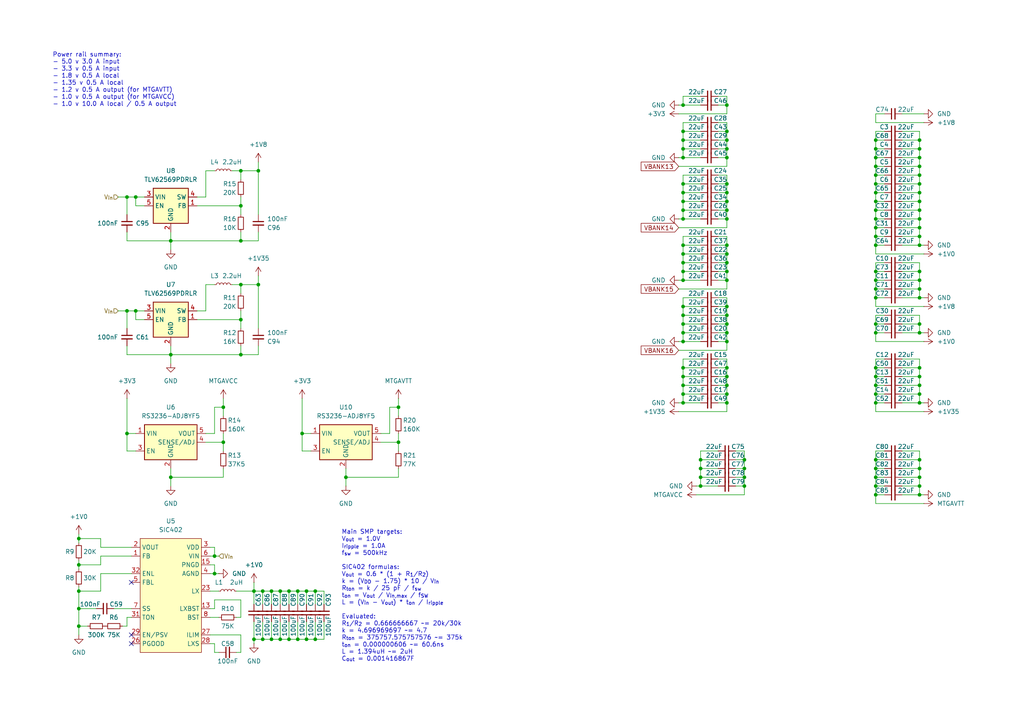
<source format=kicad_sch>
(kicad_sch (version 20250114) (generator "eeschema") (generator_version "9.0")
  (paper "A4")
  (text "Main SMP targets:\nV_{out} = 1.0V\nI_{ripple} = 1.0A\nf_{sw} = 500kHz\n\nSIC402 formulas:\nV_{out} = 0.6 * (1 + R_{1}/R_{2})\nk = (V_{DD} - 1.75) * 10 / V_{in}\nR_{ton} = k / 25 pF / f_{sw}\nt_{on} = V_{out} / V_{in,max} / f_{SW}\nL = (V_{in} - V_{out}) * t_{on} / I_{ripple}\n\nEvaluated:\nR_{1}/R_{2} = 0.666666667 ~= 20k/30k\nk = 4.696969697 ~= 4.7\nR_{ton} = 375757.575757576 ~= 375k\nt_{on} = 0.000000606 ~= 60.6ns\nL = 1.394uH ~= 2uH\nC_{out} = 0.001416867F" (at 99.06 153.67 0) (effects (font (size 1.27 1.27)) (justify left top)))
  (text "Power rail summary:\n- 5.0 v 3.0 A input\n- 3.3 v 0.5 A input\n- 1.8 v 0.5 A local\n- 1.35 v 0.5 A local\n- 1.2 v 0.5 A output (for MTGAVTT)\n- 1.0 v 0.5 A output (for MTGAVCC)\n- 1.0 v 10.0 A local / 0.5 A output" (at 15.24 15.24 0) (effects (font (size 1.27 1.27)) (justify left top)))
  (junction (at 266.7 133.35))
  (junction (at 254 45.72))
  (junction (at 254 63.5))
  (junction (at 74.93 82.55))
  (junction (at 210.82 99.06))
  (junction (at 210.82 45.72))
  (junction (at 198.12 91.44))
  (junction (at 81.28 171.45))
  (junction (at 22.86 181.61))
  (junction (at 87.63 125.73))
  (junction (at 210.82 55.88))
  (junction (at 22.86 176.53))
  (junction (at 266.7 50.8))
  (junction (at 215.9 140.97))
  (junction (at 266.7 40.64))
  (junction (at 254 143.51))
  (junction (at 254 83.82))
  (junction (at 203.2 138.43))
  (junction (at 266.7 58.42))
  (junction (at 254 133.35))
  (junction (at 266.7 106.68))
  (junction (at 64.77 118.11))
  (junction (at 198.12 78.74))
  (junction (at 83.82 171.45))
  (junction (at 69.85 82.55))
  (junction (at 73.66 171.45))
  (junction (at 203.2 133.35))
  (junction (at 254 48.26))
  (junction (at 210.82 78.74))
  (junction (at 254 96.52))
  (junction (at 254 86.36))
  (junction (at 215.9 138.43))
  (junction (at 266.7 111.76))
  (junction (at 203.2 135.89))
  (junction (at 266.7 48.26))
  (junction (at 210.82 53.34))
  (junction (at 91.44 185.42))
  (junction (at 115.57 118.11))
  (junction (at 88.9 171.45))
  (junction (at 88.9 185.42))
  (junction (at 203.2 140.97))
  (junction (at 198.12 60.96))
  (junction (at 254 71.12))
  (junction (at 266.7 68.58))
  (junction (at 198.12 99.06))
  (junction (at 22.86 156.21))
  (junction (at 210.82 81.28))
  (junction (at 198.12 93.98))
  (junction (at 266.7 109.22))
  (junction (at 254 111.76))
  (junction (at 210.82 71.12))
  (junction (at 22.86 163.83))
  (junction (at 210.82 43.18))
  (junction (at 266.7 71.12))
  (junction (at 210.82 88.9))
  (junction (at 36.83 90.17))
  (junction (at 69.85 59.69))
  (junction (at 62.23 166.37))
  (junction (at 100.33 138.43))
  (junction (at 215.9 133.35))
  (junction (at 62.23 161.29))
  (junction (at 36.83 125.73))
  (junction (at 210.82 116.84))
  (junction (at 198.12 40.64))
  (junction (at 86.36 171.45))
  (junction (at 198.12 55.88))
  (junction (at 254 58.42))
  (junction (at 210.82 58.42))
  (junction (at 49.53 138.43))
  (junction (at 198.12 53.34))
  (junction (at 210.82 111.76))
  (junction (at 210.82 76.2))
  (junction (at 198.12 38.1))
  (junction (at 266.7 116.84))
  (junction (at 210.82 63.5))
  (junction (at 91.44 171.45))
  (junction (at 254 55.88))
  (junction (at 39.37 57.15))
  (junction (at 254 93.98))
  (junction (at 210.82 38.1))
  (junction (at 198.12 71.12))
  (junction (at 266.7 138.43))
  (junction (at 215.9 135.89))
  (junction (at 254 114.3))
  (junction (at 266.7 55.88))
  (junction (at 36.83 57.15))
  (junction (at 266.7 53.34))
  (junction (at 266.7 83.82))
  (junction (at 266.7 86.36))
  (junction (at 266.7 66.04))
  (junction (at 254 106.68))
  (junction (at 266.7 43.18))
  (junction (at 266.7 93.98))
  (junction (at 69.85 102.87))
  (junction (at 22.86 171.45))
  (junction (at 254 135.89))
  (junction (at 198.12 76.2))
  (junction (at 198.12 43.18))
  (junction (at 198.12 96.52))
  (junction (at 254 68.58))
  (junction (at 210.82 30.48))
  (junction (at 76.2 185.42))
  (junction (at 254 116.84))
  (junction (at 254 81.28))
  (junction (at 76.2 171.45))
  (junction (at 198.12 114.3))
  (junction (at 254 109.22))
  (junction (at 78.74 171.45))
  (junction (at 266.7 135.89))
  (junction (at 83.82 185.42))
  (junction (at 74.93 49.53))
  (junction (at 210.82 91.44))
  (junction (at 69.85 69.85))
  (junction (at 254 50.8))
  (junction (at 266.7 45.72))
  (junction (at 198.12 111.76))
  (junction (at 210.82 96.52))
  (junction (at 73.66 185.42))
  (junction (at 69.85 92.71))
  (junction (at 254 66.04))
  (junction (at 266.7 81.28))
  (junction (at 198.12 73.66))
  (junction (at 198.12 88.9))
  (junction (at 198.12 45.72))
  (junction (at 115.57 128.27))
  (junction (at 86.36 185.42))
  (junction (at 198.12 63.5))
  (junction (at 254 43.18))
  (junction (at 69.85 49.53))
  (junction (at 198.12 106.68))
  (junction (at 210.82 109.22))
  (junction (at 49.53 102.87))
  (junction (at 210.82 73.66))
  (junction (at 198.12 30.48))
  (junction (at 210.82 93.98))
  (junction (at 254 78.74))
  (junction (at 254 60.96))
  (junction (at 254 53.34))
  (junction (at 64.77 128.27))
  (junction (at 78.74 185.42))
  (junction (at 198.12 109.22))
  (junction (at 210.82 114.3))
  (junction (at 198.12 81.28))
  (junction (at 210.82 40.64))
  (junction (at 266.7 114.3))
  (junction (at 81.28 185.42))
  (junction (at 266.7 78.74))
  (junction (at 266.7 96.52))
  (junction (at 49.53 69.85))
  (junction (at 254 140.97))
  (junction (at 254 40.64))
  (junction (at 266.7 63.5))
  (junction (at 254 138.43))
  (junction (at 39.37 90.17))
  (junction (at 210.82 106.68))
  (junction (at 210.82 60.96))
  (junction (at 198.12 58.42))
  (junction (at 198.12 116.84))
  (junction (at 266.7 143.51))
  (junction (at 266.7 60.96))
  (junction (at 266.7 140.97))
  (no_connect (at 38.1 184.15))
  (no_connect (at 38.1 168.91))
  (no_connect (at 38.1 186.69))
  (wire (pts (xy 115.57 135.89) (xy 115.57 138.43)))
  (wire (pts (xy 203.2 111.76) (xy 198.12 111.76)))
  (wire (pts (xy 208.28 138.43) (xy 203.2 138.43)))
  (wire (pts (xy 22.86 156.21) (xy 29.21 156.21)))
  (wire (pts (xy 62.23 166.37) (xy 63.5 166.37)))
  (wire (pts (xy 73.66 171.45) (xy 68.58 171.45)))
  (wire (pts (xy 210.82 50.8) (xy 210.82 53.34)))
  (wire (pts (xy 261.62 48.26) (xy 266.7 48.26)))
  (wire (pts (xy 203.2 50.8) (xy 198.12 50.8)))
  (wire (pts (xy 208.28 63.5) (xy 210.82 63.5)))
  (wire (pts (xy 210.82 78.74) (xy 210.82 81.28)))
  (wire (pts (xy 39.37 59.69) (xy 39.37 57.15)))
  (wire (pts (xy 198.12 106.68) (xy 198.12 109.22)))
  (wire (pts (xy 198.12 63.5) (xy 203.2 63.5)))
  (wire (pts (xy 49.53 102.87) (xy 69.85 102.87)))
  (wire (pts (xy 210.82 76.2) (xy 210.82 78.74)))
  (wire (pts (xy 36.83 57.15) (xy 39.37 57.15)))
  (wire (pts (xy 39.37 57.15) (xy 41.91 57.15)))
  (wire (pts (xy 208.28 99.06) (xy 210.82 99.06)))
  (wire (pts (xy 198.12 35.56) (xy 198.12 38.1)))
  (wire (pts (xy 62.23 173.99) (xy 62.23 176.53)))
  (wire (pts (xy 210.82 38.1) (xy 210.82 40.64)))
  (wire (pts (xy 22.86 154.94) (xy 22.86 156.21)))
  (wire (pts (xy 87.63 125.73) (xy 90.17 125.73)))
  (wire (pts (xy 210.82 53.34) (xy 210.82 55.88)))
  (wire (pts (xy 210.82 43.18) (xy 210.82 45.72)))
  (wire (pts (xy 210.82 48.26) (xy 210.82 45.72)))
  (wire (pts (xy 76.2 185.42) (xy 73.66 185.42)))
  (wire (pts (xy 22.86 162.56) (xy 22.86 163.83)))
  (wire (pts (xy 266.7 76.2) (xy 266.7 78.74)))
  (wire (pts (xy 198.12 43.18) (xy 198.12 40.64)))
  (wire (pts (xy 64.77 135.89) (xy 64.77 138.43)))
  (wire (pts (xy 210.82 55.88) (xy 208.28 55.88)))
  (wire (pts (xy 208.28 53.34) (xy 210.82 53.34)))
  (wire (pts (xy 266.7 116.84) (xy 266.7 114.3)))
  (wire (pts (xy 198.12 71.12) (xy 203.2 71.12)))
  (wire (pts (xy 210.82 91.44) (xy 210.82 93.98)))
  (wire (pts (xy 254 111.76) (xy 254 114.3)))
  (wire (pts (xy 254 60.96) (xy 256.54 60.96)))
  (wire (pts (xy 261.62 55.88) (xy 266.7 55.88)))
  (wire (pts (xy 261.62 133.35) (xy 266.7 133.35)))
  (wire (pts (xy 215.9 140.97) (xy 213.36 140.97)))
  (wire (pts (xy 69.85 59.69) (xy 69.85 57.15)))
  (wire (pts (xy 36.83 102.87) (xy 49.53 102.87)))
  (wire (pts (xy 261.62 138.43) (xy 266.7 138.43)))
  (wire (pts (xy 254 40.64) (xy 256.54 40.64)))
  (wire (pts (xy 210.82 116.84) (xy 208.28 116.84)))
  (wire (pts (xy 198.12 116.84) (xy 196.85 116.84)))
  (wire (pts (xy 86.36 185.42) (xy 88.9 185.42)))
  (wire (pts (xy 86.36 171.45) (xy 88.9 171.45)))
  (wire (pts (xy 254 43.18) (xy 256.54 43.18)))
  (wire (pts (xy 266.7 138.43) (xy 266.7 140.97)))
  (wire (pts (xy 266.7 78.74) (xy 266.7 81.28)))
  (wire (pts (xy 254 78.74) (xy 256.54 78.74)))
  (wire (pts (xy 210.82 35.56) (xy 208.28 35.56)))
  (wire (pts (xy 261.62 109.22) (xy 266.7 109.22)))
  (wire (pts (xy 210.82 119.38) (xy 210.82 116.84)))
  (wire (pts (xy 22.86 163.83) (xy 22.86 165.1)))
  (wire (pts (xy 210.82 27.94) (xy 210.82 30.48)))
  (wire (pts (xy 198.12 116.84) (xy 198.12 114.3)))
  (wire (pts (xy 69.85 173.99) (xy 69.85 179.07)))
  (wire (pts (xy 115.57 125.73) (xy 115.57 128.27)))
  (wire (pts (xy 261.62 68.58) (xy 266.7 68.58)))
  (wire (pts (xy 210.82 114.3) (xy 210.82 116.84)))
  (wire (pts (xy 60.96 163.83) (xy 62.23 163.83)))
  (wire (pts (xy 254 96.52) (xy 256.54 96.52)))
  (wire (pts (xy 203.2 38.1) (xy 198.12 38.1)))
  (wire (pts (xy 210.82 73.66) (xy 210.82 76.2)))
  (wire (pts (xy 201.93 143.51) (xy 215.9 143.51)))
  (wire (pts (xy 198.12 93.98) (xy 198.12 96.52)))
  (wire (pts (xy 69.85 92.71) (xy 69.85 95.25)))
  (wire (pts (xy 210.82 91.44) (xy 208.28 91.44)))
  (wire (pts (xy 69.85 69.85) (xy 74.93 69.85)))
  (wire (pts (xy 113.03 118.11) (xy 115.57 118.11)))
  (wire (pts (xy 254 106.68) (xy 256.54 106.68)))
  (wire (pts (xy 36.83 125.73) (xy 36.83 130.81)))
  (wire (pts (xy 215.9 130.81) (xy 215.9 133.35)))
  (wire (pts (xy 261.62 130.81) (xy 266.7 130.81)))
  (wire (pts (xy 69.85 59.69) (xy 69.85 62.23)))
  (wire (pts (xy 254 55.88) (xy 256.54 55.88)))
  (wire (pts (xy 203.2 114.3) (xy 198.12 114.3)))
  (wire (pts (xy 69.85 49.53) (xy 69.85 52.07)))
  (wire (pts (xy 266.7 40.64) (xy 266.7 43.18)))
  (wire (pts (xy 29.21 166.37) (xy 38.1 166.37)))
  (wire (pts (xy 100.33 135.89) (xy 100.33 138.43)))
  (wire (pts (xy 39.37 92.71) (xy 39.37 90.17)))
  (wire (pts (xy 266.7 58.42) (xy 266.7 60.96)))
  (wire (pts (xy 198.12 53.34) (xy 198.12 55.88)))
  (wire (pts (xy 22.86 171.45) (xy 22.86 176.53)))
  (wire (pts (xy 91.44 180.34) (xy 91.44 185.42)))
  (wire (pts (xy 210.82 109.22) (xy 210.82 111.76)))
  (wire (pts (xy 266.7 104.14) (xy 266.7 106.68)))
  (wire (pts (xy 210.82 111.76) (xy 210.82 114.3)))
  (wire (pts (xy 266.7 63.5) (xy 266.7 66.04)))
  (wire (pts (xy 261.62 43.18) (xy 266.7 43.18)))
  (wire (pts (xy 36.83 57.15) (xy 36.83 62.23)))
  (wire (pts (xy 210.82 86.36) (xy 208.28 86.36)))
  (wire (pts (xy 215.9 143.51) (xy 215.9 140.97)))
  (wire (pts (xy 266.7 83.82) (xy 266.7 81.28)))
  (wire (pts (xy 208.28 58.42) (xy 210.82 58.42)))
  (wire (pts (xy 254 53.34) (xy 256.54 53.34)))
  (wire (pts (xy 266.7 86.36) (xy 267.97 86.36)))
  (wire (pts (xy 210.82 45.72) (xy 208.28 45.72)))
  (wire (pts (xy 59.69 82.55) (xy 62.23 82.55)))
  (wire (pts (xy 210.82 33.02) (xy 196.85 33.02)))
  (wire (pts (xy 266.7 50.8) (xy 266.7 53.34)))
  (wire (pts (xy 83.82 180.34) (xy 83.82 185.42)))
  (wire (pts (xy 266.7 91.44) (xy 261.62 91.44)))
  (wire (pts (xy 62.23 166.37) (xy 60.96 166.37)))
  (wire (pts (xy 198.12 104.14) (xy 198.12 106.68)))
  (wire (pts (xy 254 53.34) (xy 254 55.88)))
  (wire (pts (xy 60.96 186.69) (xy 62.23 186.69)))
  (wire (pts (xy 60.96 161.29) (xy 62.23 161.29)))
  (wire (pts (xy 210.82 83.82) (xy 210.82 81.28)))
  (wire (pts (xy 196.85 48.26) (xy 210.82 48.26)))
  (wire (pts (xy 254 91.44) (xy 256.54 91.44)))
  (wire (pts (xy 266.7 38.1) (xy 266.7 40.64)))
  (wire (pts (xy 208.28 135.89) (xy 203.2 135.89)))
  (wire (pts (xy 266.7 130.81) (xy 266.7 133.35)))
  (wire (pts (xy 254 99.06) (xy 267.97 99.06)))
  (wire (pts (xy 91.44 185.42) (xy 88.9 185.42)))
  (wire (pts (xy 29.21 163.83) (xy 29.21 161.29)))
  (wire (pts (xy 254 93.98) (xy 256.54 93.98)))
  (wire (pts (xy 81.28 175.26) (xy 81.28 171.45)))
  (wire (pts (xy 74.93 49.53) (xy 74.93 62.23)))
  (wire (pts (xy 210.82 73.66) (xy 208.28 73.66)))
  (wire (pts (xy 198.12 58.42) (xy 198.12 60.96)))
  (wire (pts (xy 254 78.74) (xy 254 76.2)))
  (wire (pts (xy 198.12 27.94) (xy 203.2 27.94)))
  (wire (pts (xy 266.7 55.88) (xy 266.7 58.42)))
  (wire (pts (xy 62.23 189.23) (xy 63.5 189.23)))
  (wire (pts (xy 266.7 116.84) (xy 267.97 116.84)))
  (wire (pts (xy 254 140.97) (xy 256.54 140.97)))
  (wire (pts (xy 115.57 138.43) (xy 100.33 138.43)))
  (wire (pts (xy 198.12 111.76) (xy 198.12 114.3)))
  (wire (pts (xy 261.62 96.52) (xy 266.7 96.52)))
  (wire (pts (xy 208.28 130.81) (xy 203.2 130.81)))
  (wire (pts (xy 62.23 173.99) (xy 69.85 173.99)))
  (wire (pts (xy 83.82 185.42) (xy 86.36 185.42)))
  (wire (pts (xy 198.12 30.48) (xy 203.2 30.48)))
  (wire (pts (xy 210.82 60.96) (xy 210.82 63.5)))
  (wire (pts (xy 215.9 133.35) (xy 213.36 133.35)))
  (wire (pts (xy 198.12 30.48) (xy 196.85 30.48)))
  (wire (pts (xy 69.85 184.15) (xy 69.85 189.23)))
  (wire (pts (xy 266.7 143.51) (xy 267.97 143.51)))
  (wire (pts (xy 73.66 171.45) (xy 73.66 175.26)))
  (wire (pts (xy 261.62 60.96) (xy 266.7 60.96)))
  (wire (pts (xy 73.66 180.34) (xy 73.66 185.42)))
  (wire (pts (xy 33.02 176.53) (xy 38.1 176.53)))
  (wire (pts (xy 91.44 171.45) (xy 88.9 171.45)))
  (wire (pts (xy 60.96 158.75) (xy 62.23 158.75)))
  (wire (pts (xy 261.62 40.64) (xy 266.7 40.64)))
  (wire (pts (xy 254 86.36) (xy 256.54 86.36)))
  (wire (pts (xy 210.82 38.1) (xy 208.28 38.1)))
  (wire (pts (xy 59.69 49.53) (xy 62.23 49.53)))
  (wire (pts (xy 261.62 45.72) (xy 266.7 45.72)))
  (wire (pts (xy 62.23 163.83) (xy 62.23 166.37)))
  (wire (pts (xy 254 76.2) (xy 256.54 76.2)))
  (wire (pts (xy 93.98 180.34) (xy 93.98 185.42)))
  (wire (pts (xy 210.82 101.6) (xy 210.82 99.06)))
  (wire (pts (xy 261.62 78.74) (xy 266.7 78.74)))
  (wire (pts (xy 266.7 86.36) (xy 266.7 83.82)))
  (wire (pts (xy 62.23 158.75) (xy 62.23 161.29)))
  (wire (pts (xy 57.15 59.69) (xy 69.85 59.69)))
  (wire (pts (xy 29.21 158.75) (xy 38.1 158.75)))
  (wire (pts (xy 22.86 156.21) (xy 22.86 157.48)))
  (wire (pts (xy 198.12 68.58) (xy 198.12 71.12)))
  (wire (pts (xy 261.62 106.68) (xy 266.7 106.68)))
  (wire (pts (xy 254 114.3) (xy 254 116.84)))
  (wire (pts (xy 254 130.81) (xy 254 133.35)))
  (wire (pts (xy 81.28 185.42) (xy 78.74 185.42)))
  (wire (pts (xy 198.12 53.34) (xy 203.2 53.34)))
  (wire (pts (xy 208.28 30.48) (xy 210.82 30.48)))
  (wire (pts (xy 215.9 138.43) (xy 215.9 140.97)))
  (wire (pts (xy 69.85 179.07) (xy 68.58 179.07)))
  (wire (pts (xy 266.7 53.34) (xy 266.7 55.88)))
  (wire (pts (xy 59.69 49.53) (xy 59.69 57.15)))
  (wire (pts (xy 266.7 45.72) (xy 266.7 48.26)))
  (wire (pts (xy 266.7 133.35) (xy 266.7 135.89)))
  (wire (pts (xy 254 106.68) (xy 254 109.22)))
  (wire (pts (xy 198.12 76.2) (xy 198.12 78.74)))
  (wire (pts (xy 64.77 128.27) (xy 64.77 130.81)))
  (wire (pts (xy 198.12 30.48) (xy 198.12 27.94)))
  (wire (pts (xy 198.12 88.9) (xy 203.2 88.9)))
  (wire (pts (xy 198.12 86.36) (xy 198.12 88.9)))
  (wire (pts (xy 41.91 59.69) (xy 39.37 59.69)))
  (wire (pts (xy 261.62 66.04) (xy 266.7 66.04)))
  (wire (pts (xy 210.82 96.52) (xy 210.82 99.06)))
  (wire (pts (xy 210.82 40.64) (xy 208.28 40.64)))
  (wire (pts (xy 254 83.82) (xy 256.54 83.82)))
  (wire (pts (xy 254 58.42) (xy 254 55.88)))
  (wire (pts (xy 267.97 119.38) (xy 254 119.38)))
  (wire (pts (xy 266.7 71.12) (xy 266.7 68.58)))
  (wire (pts (xy 198.12 88.9) (xy 198.12 91.44)))
  (wire (pts (xy 76.2 175.26) (xy 76.2 171.45)))
  (wire (pts (xy 254 58.42) (xy 256.54 58.42)))
  (wire (pts (xy 210.82 104.14) (xy 210.82 106.68)))
  (wire (pts (xy 59.69 90.17) (xy 59.69 82.55)))
  (wire (pts (xy 34.29 90.17) (xy 36.83 90.17)))
  (wire (pts (xy 115.57 115.57) (xy 115.57 118.11)))
  (wire (pts (xy 210.82 86.36) (xy 210.82 88.9)))
  (wire (pts (xy 29.21 171.45) (xy 29.21 166.37)))
  (wire (pts (xy 196.85 119.38) (xy 210.82 119.38)))
  (wire (pts (xy 198.12 99.06) (xy 196.85 99.06)))
  (wire (pts (xy 208.28 81.28) (xy 210.82 81.28)))
  (wire (pts (xy 261.62 58.42) (xy 266.7 58.42)))
  (wire (pts (xy 254 83.82) (xy 254 86.36)))
  (wire (pts (xy 74.93 46.99) (xy 74.93 49.53)))
  (wire (pts (xy 210.82 93.98) (xy 210.82 96.52)))
  (wire (pts (xy 266.7 71.12) (xy 267.97 71.12)))
  (wire (pts (xy 198.12 38.1) (xy 198.12 40.64)))
  (wire (pts (xy 254 146.05) (xy 267.97 146.05)))
  (wire (pts (xy 88.9 180.34) (xy 88.9 185.42)))
  (wire (pts (xy 208.28 27.94) (xy 210.82 27.94)))
  (wire (pts (xy 254 88.9) (xy 254 86.36)))
  (wire (pts (xy 266.7 66.04) (xy 266.7 68.58)))
  (wire (pts (xy 60.96 184.15) (xy 69.85 184.15)))
  (wire (pts (xy 203.2 135.89) (xy 203.2 138.43)))
  (wire (pts (xy 254 119.38) (xy 254 116.84)))
  (wire (pts (xy 254 63.5) (xy 254 60.96)))
  (wire (pts (xy 210.82 71.12) (xy 210.82 73.66)))
  (wire (pts (xy 254 50.8) (xy 254 53.34)))
  (wire (pts (xy 254 109.22) (xy 254 111.76)))
  (wire (pts (xy 198.12 99.06) (xy 203.2 99.06)))
  (wire (pts (xy 254 35.56) (xy 267.97 35.56)))
  (wire (pts (xy 261.62 50.8) (xy 266.7 50.8)))
  (wire (pts (xy 254 68.58) (xy 254 66.04)))
  (wire (pts (xy 36.83 69.85) (xy 49.53 69.85)))
  (wire (pts (xy 261.62 53.34) (xy 266.7 53.34)))
  (wire (pts (xy 203.2 91.44) (xy 198.12 91.44)))
  (wire (pts (xy 261.62 116.84) (xy 266.7 116.84)))
  (wire (pts (xy 254 135.89) (xy 254 138.43)))
  (wire (pts (xy 210.82 104.14) (xy 208.28 104.14)))
  (wire (pts (xy 22.86 171.45) (xy 29.21 171.45)))
  (wire (pts (xy 261.62 63.5) (xy 266.7 63.5)))
  (wire (pts (xy 210.82 106.68) (xy 210.82 109.22)))
  (wire (pts (xy 62.23 176.53) (xy 60.96 176.53)))
  (wire (pts (xy 198.12 91.44) (xy 198.12 93.98)))
  (wire (pts (xy 203.2 86.36) (xy 198.12 86.36)))
  (wire (pts (xy 254 66.04) (xy 256.54 66.04)))
  (wire (pts (xy 210.82 68.58) (xy 210.82 71.12)))
  (wire (pts (xy 208.28 76.2) (xy 210.82 76.2)))
  (wire (pts (xy 60.96 171.45) (xy 63.5 171.45)))
  (wire (pts (xy 208.28 88.9) (xy 210.82 88.9)))
  (wire (pts (xy 49.53 69.85) (xy 49.53 72.39)))
  (wire (pts (xy 266.7 96.52) (xy 266.7 93.98)))
  (wire (pts (xy 254 104.14) (xy 254 106.68)))
  (wire (pts (xy 254 143.51) (xy 256.54 143.51)))
  (wire (pts (xy 110.49 128.27) (xy 115.57 128.27)))
  (wire (pts (xy 266.7 96.52) (xy 267.97 96.52)))
  (wire (pts (xy 203.2 130.81) (xy 203.2 133.35)))
  (wire (pts (xy 266.7 106.68) (xy 266.7 109.22)))
  (wire (pts (xy 87.63 130.81) (xy 90.17 130.81)))
  (wire (pts (xy 36.83 90.17) (xy 39.37 90.17)))
  (wire (pts (xy 22.86 176.53) (xy 27.94 176.53)))
  (wire (pts (xy 22.86 181.61) (xy 25.4 181.61)))
  (wire (pts (xy 29.21 161.29) (xy 38.1 161.29)))
  (wire (pts (xy 198.12 45.72) (xy 196.85 45.72)))
  (wire (pts (xy 198.12 63.5) (xy 198.12 60.96)))
  (wire (pts (xy 210.82 55.88) (xy 210.82 58.42)))
  (wire (pts (xy 203.2 106.68) (xy 198.12 106.68)))
  (wire (pts (xy 254 68.58) (xy 256.54 68.58)))
  (wire (pts (xy 261.62 104.14) (xy 266.7 104.14)))
  (wire (pts (xy 100.33 140.97) (xy 100.33 138.43)))
  (wire (pts (xy 261.62 33.02) (xy 267.97 33.02)))
  (wire (pts (xy 36.83 90.17) (xy 36.83 95.25)))
  (wire (pts (xy 266.7 135.89) (xy 266.7 138.43)))
  (wire (pts (xy 254 45.72) (xy 254 48.26)))
  (wire (pts (xy 254 45.72) (xy 256.54 45.72)))
  (wire (pts (xy 254 81.28) (xy 256.54 81.28)))
  (wire (pts (xy 49.53 102.87) (xy 49.53 105.41)))
  (wire (pts (xy 198.12 71.12) (xy 198.12 73.66)))
  (wire (pts (xy 64.77 125.73) (xy 64.77 128.27)))
  (wire (pts (xy 208.28 93.98) (xy 210.82 93.98)))
  (wire (pts (xy 74.93 80.01) (xy 74.93 82.55)))
  (wire (pts (xy 57.15 92.71) (xy 69.85 92.71)))
  (wire (pts (xy 254 63.5) (xy 254 66.04)))
  (wire (pts (xy 49.53 135.89) (xy 49.53 138.43)))
  (wire (pts (xy 34.29 57.15) (xy 36.83 57.15)))
  (wire (pts (xy 198.12 58.42) (xy 203.2 58.42)))
  (wire (pts (xy 208.28 71.12) (xy 210.82 71.12)))
  (wire (pts (xy 254 63.5) (xy 256.54 63.5)))
  (wire (pts (xy 254 81.28) (xy 254 78.74)))
  (wire (pts (xy 88.9 175.26) (xy 88.9 171.45)))
  (wire (pts (xy 208.28 140.97) (xy 203.2 140.97)))
  (wire (pts (xy 254 40.64) (xy 254 38.1)))
  (wire (pts (xy 81.28 171.45) (xy 78.74 171.45)))
  (wire (pts (xy 83.82 185.42) (xy 81.28 185.42)))
  (wire (pts (xy 69.85 92.71) (xy 69.85 90.17)))
  (wire (pts (xy 29.21 158.75) (xy 29.21 156.21)))
  (wire (pts (xy 203.2 43.18) (xy 198.12 43.18)))
  (wire (pts (xy 22.86 184.15) (xy 22.86 181.61)))
  (wire (pts (xy 62.23 125.73) (xy 62.23 118.11)))
  (wire (pts (xy 115.57 128.27) (xy 115.57 130.81)))
  (wire (pts (xy 41.91 92.71) (xy 39.37 92.71)))
  (wire (pts (xy 49.53 69.85) (xy 69.85 69.85)))
  (wire (pts (xy 210.82 109.22) (xy 208.28 109.22)))
  (wire (pts (xy 81.28 180.34) (xy 81.28 185.42)))
  (wire (pts (xy 210.82 111.76) (xy 208.28 111.76)))
  (wire (pts (xy 203.2 35.56) (xy 198.12 35.56)))
  (wire (pts (xy 64.77 118.11) (xy 64.77 120.65)))
  (wire (pts (xy 57.15 90.17) (xy 59.69 90.17)))
  (wire (pts (xy 76.2 180.34) (xy 76.2 185.42)))
  (wire (pts (xy 76.2 171.45) (xy 73.66 171.45)))
  (wire (pts (xy 266.7 60.96) (xy 266.7 63.5)))
  (wire (pts (xy 254 135.89) (xy 256.54 135.89)))
  (wire (pts (xy 87.63 125.73) (xy 87.63 130.81)))
  (wire (pts (xy 59.69 125.73) (xy 62.23 125.73)))
  (wire (pts (xy 210.82 66.04) (xy 210.82 63.5)))
  (wire (pts (xy 254 38.1) (xy 256.54 38.1)))
  (wire (pts (xy 254 43.18) (xy 254 40.64)))
  (wire (pts (xy 49.53 100.33) (xy 49.53 102.87)))
  (wire (pts (xy 254 99.06) (xy 254 96.52)))
  (wire (pts (xy 39.37 90.17) (xy 41.91 90.17)))
  (wire (pts (xy 210.82 96.52) (xy 208.28 96.52)))
  (wire (pts (xy 78.74 175.26) (xy 78.74 171.45)))
  (wire (pts (xy 261.62 143.51) (xy 266.7 143.51)))
  (wire (pts (xy 261.62 93.98) (xy 266.7 93.98)))
  (wire (pts (xy 254 109.22) (xy 256.54 109.22)))
  (wire (pts (xy 86.36 180.34) (xy 86.36 185.42)))
  (wire (pts (xy 91.44 175.26) (xy 91.44 171.45)))
  (wire (pts (xy 254 130.81) (xy 256.54 130.81)))
  (wire (pts (xy 254 33.02) (xy 256.54 33.02)))
  (wire (pts (xy 266.7 143.51) (xy 266.7 140.97)))
  (wire (pts (xy 86.36 175.26) (xy 86.36 171.45)))
  (wire (pts (xy 57.15 57.15) (xy 59.69 57.15)))
  (wire (pts (xy 69.85 82.55) (xy 74.93 82.55)))
  (wire (pts (xy 210.82 106.68) (xy 208.28 106.68)))
  (wire (pts (xy 254 114.3) (xy 256.54 114.3)))
  (wire (pts (xy 198.12 81.28) (xy 196.85 81.28)))
  (wire (pts (xy 36.83 130.81) (xy 39.37 130.81)))
  (wire (pts (xy 210.82 40.64) (xy 210.82 43.18)))
  (wire (pts (xy 266.7 109.22) (xy 266.7 111.76)))
  (wire (pts (xy 215.9 130.81) (xy 213.36 130.81)))
  (wire (pts (xy 60.96 179.07) (xy 63.5 179.07)))
  (wire (pts (xy 203.2 40.64) (xy 198.12 40.64)))
  (wire (pts (xy 203.2 45.72) (xy 198.12 45.72)))
  (wire (pts (xy 266.7 48.26) (xy 266.7 50.8)))
  (wire (pts (xy 198.12 109.22) (xy 198.12 111.76)))
  (wire (pts (xy 210.82 35.56) (xy 210.82 38.1)))
  (wire (pts (xy 22.86 163.83) (xy 29.21 163.83)))
  (wire (pts (xy 254 104.14) (xy 256.54 104.14)))
  (wire (pts (xy 73.66 168.91) (xy 73.66 171.45)))
  (wire (pts (xy 210.82 50.8) (xy 208.28 50.8)))
  (wire (pts (xy 69.85 67.31) (xy 69.85 69.85)))
  (wire (pts (xy 78.74 185.42) (xy 76.2 185.42)))
  (wire (pts (xy 266.7 111.76) (xy 266.7 114.3)))
  (wire (pts (xy 210.82 78.74) (xy 208.28 78.74)))
  (wire (pts (xy 210.82 58.42) (xy 210.82 60.96)))
  (wire (pts (xy 254 48.26) (xy 254 50.8)))
  (wire (pts (xy 36.83 115.57) (xy 36.83 125.73)))
  (wire (pts (xy 261.62 86.36) (xy 266.7 86.36)))
  (wire (pts (xy 254 71.12) (xy 254 68.58)))
  (wire (pts (xy 74.93 82.55) (xy 74.93 95.25)))
  (wire (pts (xy 87.63 115.57) (xy 87.63 125.73)))
  (wire (pts (xy 254 133.35) (xy 254 135.89)))
  (wire (pts (xy 69.85 102.87) (xy 74.93 102.87)))
  (wire (pts (xy 49.53 67.31) (xy 49.53 69.85)))
  (wire (pts (xy 254 116.84) (xy 256.54 116.84)))
  (wire (pts (xy 196.85 66.04) (xy 210.82 66.04)))
  (wire (pts (xy 198.12 93.98) (xy 203.2 93.98)))
  (wire (pts (xy 67.31 49.53) (xy 69.85 49.53)))
  (wire (pts (xy 73.66 185.42) (xy 73.66 186.69)))
  (wire (pts (xy 203.2 78.74) (xy 198.12 78.74)))
  (wire (pts (xy 208.28 133.35) (xy 203.2 133.35)))
  (wire (pts (xy 83.82 175.26) (xy 83.82 171.45)))
  (wire (pts (xy 254 138.43) (xy 256.54 138.43)))
  (wire (pts (xy 215.9 138.43) (xy 213.36 138.43)))
  (wire (pts (xy 261.62 135.89) (xy 266.7 135.89)))
  (wire (pts (xy 261.62 76.2) (xy 266.7 76.2)))
  (wire (pts (xy 261.62 81.28) (xy 266.7 81.28)))
  (wire (pts (xy 36.83 179.07) (xy 38.1 179.07)))
  (wire (pts (xy 62.23 186.69) (xy 62.23 189.23)))
  (wire (pts (xy 210.82 43.18) (xy 208.28 43.18)))
  (wire (pts (xy 69.85 82.55) (xy 69.85 85.09)))
  (wire (pts (xy 215.9 133.35) (xy 215.9 135.89)))
  (wire (pts (xy 22.86 176.53) (xy 22.86 181.61)))
  (wire (pts (xy 69.85 100.33) (xy 69.85 102.87)))
  (wire (pts (xy 203.2 96.52) (xy 198.12 96.52)))
  (wire (pts (xy 22.86 170.18) (xy 22.86 171.45)))
  (wire (pts (xy 198.12 81.28) (xy 203.2 81.28)))
  (wire (pts (xy 67.31 82.55) (xy 69.85 82.55)))
  (wire (pts (xy 210.82 68.58) (xy 208.28 68.58)))
  (wire (pts (xy 266.7 43.18) (xy 266.7 45.72)))
  (wire (pts (xy 254 111.76) (xy 256.54 111.76)))
  (wire (pts (xy 64.77 138.43) (xy 49.53 138.43)))
  (wire (pts (xy 254 73.66) (xy 267.97 73.66)))
  (wire (pts (xy 254 88.9) (xy 267.97 88.9)))
  (wire (pts (xy 203.2 140.97) (xy 203.2 138.43)))
  (wire (pts (xy 196.85 83.82) (xy 210.82 83.82)))
  (wire (pts (xy 83.82 171.45) (xy 86.36 171.45)))
  (wire (pts (xy 198.12 99.06) (xy 198.12 96.52)))
  (wire (pts (xy 203.2 140.97) (xy 201.93 140.97)))
  (wire (pts (xy 203.2 55.88) (xy 198.12 55.88)))
  (wire (pts (xy 62.23 118.11) (xy 64.77 118.11)))
  (wire (pts (xy 35.56 181.61) (xy 36.83 181.61)))
  (wire (pts (xy 203.2 104.14) (xy 198.12 104.14)))
  (wire (pts (xy 210.82 88.9) (xy 210.82 91.44)))
  (wire (pts (xy 210.82 114.3) (xy 208.28 114.3)))
  (wire (pts (xy 254 146.05) (xy 254 143.51)))
  (wire (pts (xy 203.2 109.22) (xy 198.12 109.22)))
  (wire (pts (xy 113.03 125.73) (xy 113.03 118.11)))
  (wire (pts (xy 203.2 60.96) (xy 198.12 60.96)))
  (wire (pts (xy 69.85 49.53) (xy 74.93 49.53)))
  (wire (pts (xy 93.98 171.45) (xy 91.44 171.45)))
  (wire (pts (xy 74.93 67.31) (xy 74.93 69.85)))
  (wire (pts (xy 36.83 67.31) (xy 36.83 69.85)))
  (wire (pts (xy 36.83 181.61) (xy 36.83 179.07)))
  (wire (pts (xy 198.12 55.88) (xy 198.12 58.42)))
  (wire (pts (xy 254 91.44) (xy 254 93.98)))
  (wire (pts (xy 93.98 185.42) (xy 91.44 185.42)))
  (wire (pts (xy 196.85 101.6) (xy 210.82 101.6)))
  (wire (pts (xy 254 140.97) (xy 254 143.51)))
  (wire (pts (xy 83.82 171.45) (xy 81.28 171.45)))
  (wire (pts (xy 49.53 140.97) (xy 49.53 138.43)))
  (wire (pts (xy 115.57 118.11) (xy 115.57 120.65)))
  (wire (pts (xy 254 60.96) (xy 254 58.42)))
  (wire (pts (xy 215.9 135.89) (xy 215.9 138.43)))
  (wire (pts (xy 254 133.35) (xy 256.54 133.35)))
  (wire (pts (xy 59.69 128.27) (xy 64.77 128.27)))
  (wire (pts (xy 203.2 73.66) (xy 198.12 73.66)))
  (wire (pts (xy 78.74 171.45) (xy 76.2 171.45)))
  (wire (pts (xy 261.62 114.3) (xy 266.7 114.3)))
  (wire (pts (xy 254 73.66) (xy 254 71.12)))
  (wire (pts (xy 203.2 68.58) (xy 198.12 68.58)))
  (wire (pts (xy 254 48.26) (xy 256.54 48.26)))
  (wire (pts (xy 203.2 133.35) (xy 203.2 135.89)))
  (wire (pts (xy 62.23 161.29) (xy 63.5 161.29)))
  (wire (pts (xy 69.85 189.23) (xy 68.58 189.23)))
  (wire (pts (xy 261.62 111.76) (xy 266.7 111.76)))
  (wire (pts (xy 266.7 93.98) (xy 266.7 91.44)))
  (wire (pts (xy 198.12 76.2) (xy 203.2 76.2)))
  (wire (pts (xy 254 93.98) (xy 254 96.52)))
  (wire (pts (xy 93.98 175.26) (xy 93.98 171.45)))
  (wire (pts (xy 74.93 100.33) (xy 74.93 102.87)))
  (wire (pts (xy 254 35.56) (xy 254 33.02)))
  (wire (pts (xy 254 71.12) (xy 256.54 71.12)))
  (wire (pts (xy 198.12 45.72) (xy 198.12 43.18)))
  (wire (pts (xy 261.62 71.12) (xy 266.7 71.12)))
  (wire (pts (xy 210.82 33.02) (xy 210.82 30.48)))
  (wire (pts (xy 261.62 38.1) (xy 266.7 38.1)))
  (wire (pts (xy 36.83 125.73) (xy 39.37 125.73)))
  (wire (pts (xy 110.49 125.73) (xy 113.03 125.73)))
  (wire (pts (xy 198.12 81.28) (xy 198.12 78.74)))
  (wire (pts (xy 254 50.8) (xy 256.54 50.8)))
  (wire (pts (xy 198.12 63.5) (xy 196.85 63.5)))
  (wire (pts (xy 210.82 60.96) (xy 208.28 60.96)))
  (wire (pts (xy 261.62 83.82) (xy 266.7 83.82)))
  (wire (pts (xy 78.74 180.34) (xy 78.74 185.42)))
  (wire (pts (xy 64.77 115.57) (xy 64.77 118.11)))
  (wire (pts (xy 254 43.18) (xy 254 45.72)))
  (wire (pts (xy 198.12 73.66) (xy 198.12 76.2)))
  (wire (pts (xy 215.9 135.89) (xy 213.36 135.89)))
  (wire (pts (xy 254 138.43) (xy 254 140.97)))
  (wire (pts (xy 254 83.82) (xy 254 81.28)))
  (wire (pts (xy 261.62 140.97) (xy 266.7 140.97)))
  (wire (pts (xy 198.12 50.8) (xy 198.12 53.34)))
  (wire (pts (xy 203.2 116.84) (xy 198.12 116.84)))
  (wire (pts (xy 36.83 100.33) (xy 36.83 102.87)))
  (global_label "VBANK15" (shape input) (at 196.85 83.82 180) (property "Intersheetrefs" "${INTERSHEET_REFS}" (effects (hide yes))))
  (global_label "VBANK13" (shape input) (at 196.85 48.26 180) (property "Intersheetrefs" "${INTERSHEET_REFS}" (effects (hide yes))))
  (global_label "VBANK14" (shape input) (at 196.85 66.04 180) (property "Intersheetrefs" "${INTERSHEET_REFS}" (effects (hide yes))))
  (global_label "VBANK16" (shape input) (at 196.85 101.6 180) (property "Intersheetrefs" "${INTERSHEET_REFS}" (effects (hide yes))))
  (hierarchical_label "V_{in}" (shape input) (at 34.29 57.15 180))
  (hierarchical_label "V_{in}" (shape input) (at 63.5 161.29 0))
  (hierarchical_label "V_{in}" (shape input) (at 34.29 90.17 180))
  (symbol (lib_id "Device:C_Small") (at 205.74 63.5 270) (mirror x) (unit 1)
    (property "Reference" "C40" (at 207.01 62.23 90) (effects (justify left)))
    (property "Value" "22uF" (at 204.47 62.23 90) (effects (justify right)))
    (property "Footprint" "Capacitor_SMD:C_0402_1005Metric" (effects (hide yes)))
    (property "Description" "Unpolarized capacitor, small symbol" (effects (hide yes)))
  )
  (symbol (lib_id "Device:L_Small") (at 64.77 49.53 90) (unit 1)
    (property "Reference" "L4" (at 62.23 46.99 90))
    (property "Value" "2.2uH" (at 67.31 46.99 90))
    (property "Footprint" "Inductor_SMD:L_0603_1608Metric" (effects (hide yes)))
    (property "Description" "Inductor, small symbol" (effects (hide yes)))
  )
  (symbol (lib_id "Device:C_Small") (at 210.82 130.81 270) (mirror x) (unit 1)
    (property "Reference" "C75" (at 212.09 129.54 90) (effects (justify left)))
    (property "Value" "22uF" (at 209.55 129.54 90) (effects (justify right)))
    (property "Footprint" "Capacitor_SMD:C_0402_1005Metric" (effects (hide yes)))
    (property "Description" "Unpolarized capacitor, small symbol" (effects (hide yes)))
  )
  (symbol (lib_id "Device:C_Small") (at 36.83 97.79 0) (mirror y) (unit 1)
    (property "Reference" "C61" (at 39.37 97.79 0) (effects (justify right)))
    (property "Value" "100nF" (at 34.29 97.79 0) (effects (justify left)))
    (property "Footprint" "Capacitor_SMD:C_0402_1005Metric" (effects (hide yes)))
    (property "Description" "Unpolarized capacitor, small symbol" (effects (hide yes)))
  )
  (symbol (lib_id "power:GND") (at 267.97 71.12 90) (unit 1)
    (property "Reference" "#PWR025" (effects (hide yes)))
    (property "Value" "GND" (at 271.78 71.1199 90) (effects (justify right)))
    (property "Description" "Power symbol creates a global label with name \"GND\" , ground" (effects (hide yes)))
  )
  (symbol (lib_id "power:+1V0") (at 267.97 73.66 270) (unit 1)
    (property "Reference" "#PWR014" (effects (hide yes)))
    (property "Value" "+1V0" (at 271.78 73.6599 90) (effects (justify left)))
    (property "Description" "Power symbol creates a global label with name \"+1V0\"" (effects (hide yes)))
  )
  (symbol (lib_id "power:GND") (at 196.85 81.28 270) (mirror x) (unit 1)
    (property "Reference" "#PWR030" (effects (hide yes)))
    (property "Value" "GND" (at 193.04 81.2799 90) (effects (justify right)))
    (property "Description" "Power symbol creates a global label with name \"GND\" , ground" (effects (hide yes)))
  )
  (symbol (lib_id "Device:C_Small") (at 259.08 50.8 90) (unit 1)
    (property "Reference" "C66" (at 257.81 49.53 90) (effects (justify left)))
    (property "Value" "22uF" (at 260.35 49.53 90) (effects (justify right)))
    (property "Footprint" "Capacitor_SMD:C_0402_1005Metric" (effects (hide yes)))
    (property "Description" "Unpolarized capacitor, small symbol" (effects (hide yes)))
  )
  (symbol (lib_id "Device:C_Small") (at 74.93 64.77 0) (mirror y) (unit 1)
    (property "Reference" "C96" (at 77.47 66.04 0) (effects (justify right)))
    (property "Value" "100nF" (at 77.47 63.5 0) (effects (justify right)))
    (property "Footprint" "Capacitor_SMD:C_0402_1005Metric" (effects (hide yes)))
    (property "Description" "Unpolarized capacitor, small symbol" (effects (hide yes)))
  )
  (symbol (lib_id "Device:C_Small") (at 259.08 55.88 90) (unit 1)
    (property "Reference" "C65" (at 257.81 54.61 90) (effects (justify left)))
    (property "Value" "22uF" (at 260.35 54.61 90) (effects (justify right)))
    (property "Footprint" "Capacitor_SMD:C_0402_1005Metric" (effects (hide yes)))
    (property "Description" "Unpolarized capacitor, small symbol" (effects (hide yes)))
  )
  (symbol (lib_id "Device:C_Small") (at 205.74 96.52 270) (mirror x) (unit 1)
    (property "Reference" "C20" (at 207.01 95.25 90) (effects (justify left)))
    (property "Value" "22uF" (at 204.47 95.25 90) (effects (justify right)))
    (property "Footprint" "Capacitor_SMD:C_0402_1005Metric" (effects (hide yes)))
    (property "Description" "Unpolarized capacitor, small symbol" (effects (hide yes)))
  )
  (symbol (lib_id "Device:C_Small") (at 205.74 76.2 270) (mirror x) (unit 1)
    (property "Reference" "C36" (at 207.01 74.93 90) (effects (justify left)))
    (property "Value" "22uF" (at 204.47 74.93 90) (effects (justify right)))
    (property "Footprint" "Capacitor_SMD:C_0402_1005Metric" (effects (hide yes)))
    (property "Description" "Unpolarized capacitor, small symbol" (effects (hide yes)))
  )
  (symbol (lib_id "Device:C_Small") (at 73.66 177.8 0) (mirror x) (unit 1)
    (property "Reference" "C63" (at 74.93 173.99 90))
    (property "Value" "100uF" (at 74.93 181.61 90))
    (property "Footprint" "Capacitor_SMD:C_1206_3216Metric" (effects (hide yes)))
    (property "Description" "Unpolarized capacitor, small symbol" (effects (hide yes)))
  )
  (symbol (lib_id "Device:R_Small") (at 64.77 133.35 180) (unit 1)
    (property "Reference" "R13" (at 66.04 132.08 0) (effects (justify right)))
    (property "Value" "37K5" (at 66.04 134.62 0) (effects (justify right)))
    (property "Footprint" "Resistor_SMD:R_0402_1005Metric_Pad0.72x0.64mm_HandSolder" (effects (hide yes)))
    (property "Description" "Resistor, small symbol" (effects (hide yes)))
  )
  (symbol (lib_id "power:+1V8") (at 267.97 88.9 270) (unit 1)
    (property "Reference" "#PWR015" (effects (hide yes)))
    (property "Value" "+1V8" (at 271.78 88.8999 90) (effects (justify left)))
    (property "Description" "Power symbol creates a global label with name \"+1V8\"" (effects (hide yes)))
  )
  (symbol (lib_id "Device:C_Small") (at 76.2 177.8 0) (mirror x) (unit 1)
    (property "Reference" "C86" (at 77.47 173.99 90))
    (property "Value" "100uF" (at 77.47 181.61 90))
    (property "Footprint" "Capacitor_SMD:C_1206_3216Metric" (effects (hide yes)))
    (property "Description" "Unpolarized capacitor, small symbol" (effects (hide yes)))
  )
  (symbol (lib_id "power:VAA") (at 267.97 146.05 270) (unit 1)
    (property "Reference" "#PWR076" (effects (hide yes)))
    (property "Value" "MTGAVTT" (at 271.78 146.0499 90) (effects (justify left)))
    (property "Description" "Power symbol creates a global label with name \"MTGAVTT\"" (effects (hide yes)))
  )
  (symbol (lib_id "Device:C_Small") (at 88.9 177.8 0) (mirror x) (unit 1)
    (property "Reference" "C91" (at 90.17 173.99 90))
    (property "Value" "100uF" (at 90.17 181.61 90))
    (property "Footprint" "Capacitor_SMD:C_1206_3216Metric" (effects (hide yes)))
    (property "Description" "Unpolarized capacitor, small symbol" (effects (hide yes)))
  )
  (symbol (lib_id "Device:R_Small") (at 66.04 179.07 90) (unit 1)
    (property "Reference" "R10" (at 66.04 176.53 90))
    (property "Value" "75K" (at 66.04 181.61 90))
    (property "Footprint" "Resistor_SMD:R_0402_1005Metric_Pad0.72x0.64mm_HandSolder" (effects (hide yes)))
    (property "Description" "Resistor, small symbol" (effects (hide yes)))
  )
  (symbol (lib_id "power:GND") (at 267.97 96.52 90) (unit 1)
    (property "Reference" "#PWR034" (effects (hide yes)))
    (property "Value" "GND" (at 271.78 96.5199 90) (effects (justify right)))
    (property "Description" "Power symbol creates a global label with name \"GND\" , ground" (effects (hide yes)))
  )
  (symbol (lib_id "Device:R_Small") (at 69.85 54.61 0) (mirror x) (unit 1)
    (property "Reference" "R15" (at 68.58 53.34 0) (effects (justify right)))
    (property "Value" "20K" (at 68.58 55.88 0) (effects (justify right)))
    (property "Footprint" "Resistor_SMD:R_0402_1005Metric_Pad0.72x0.64mm_HandSolder" (effects (hide yes)))
    (property "Description" "Resistor, small symbol" (effects (hide yes)))
  )
  (symbol (lib_id "Device:C_Small") (at 259.08 60.96 90) (unit 1)
    (property "Reference" "C32" (at 257.81 59.69 90) (effects (justify left)))
    (property "Value" "22uF" (at 260.35 59.69 90) (effects (justify right)))
    (property "Footprint" "Capacitor_SMD:C_0402_1005Metric" (effects (hide yes)))
    (property "Description" "Unpolarized capacitor, small symbol" (effects (hide yes)))
  )
  (symbol (lib_id "Device:R_Small") (at 33.02 181.61 90) (unit 1)
    (property "Reference" "R6" (at 33.02 179.07 90))
    (property "Value" "75K" (at 33.02 184.15 90))
    (property "Footprint" "Resistor_SMD:R_0402_1005Metric_Pad0.72x0.64mm_HandSolder" (effects (hide yes)))
    (property "Description" "Resistor, small symbol" (effects (hide yes)))
  )
  (symbol (lib_id "Device:C_Small") (at 259.08 53.34 90) (unit 1)
    (property "Reference" "C6" (at 257.81 52.07 90) (effects (justify left)))
    (property "Value" "22uF" (at 260.35 52.07 90) (effects (justify right)))
    (property "Footprint" "Capacitor_SMD:C_0402_1005Metric" (effects (hide yes)))
    (property "Description" "Unpolarized capacitor, small symbol" (effects (hide yes)))
  )
  (symbol (lib_id "Device:R_Small") (at 69.85 97.79 0) (mirror x) (unit 1)
    (property "Reference" "R12" (at 68.58 96.52 0) (effects (justify right)))
    (property "Value" "16K" (at 68.58 99.06 0) (effects (justify right)))
    (property "Footprint" "Resistor_SMD:R_0402_1005Metric_Pad0.72x0.64mm_HandSolder" (effects (hide yes)))
    (property "Description" "Resistor, small symbol" (effects (hide yes)))
  )
  (symbol (lib_id "Device:C_Small") (at 259.08 91.44 90) (unit 1)
    (property "Reference" "C30" (at 257.81 90.17 90) (effects (justify left)))
    (property "Value" "22uF" (at 260.35 90.17 90) (effects (justify right)))
    (property "Footprint" "Capacitor_SMD:C_0402_1005Metric" (effects (hide yes)))
    (property "Description" "Unpolarized capacitor, small symbol" (effects (hide yes)))
  )
  (symbol (lib_id "Device:C_Small") (at 259.08 40.64 90) (unit 1)
    (property "Reference" "C68" (at 257.81 39.37 90) (effects (justify left)))
    (property "Value" "22uF" (at 260.35 39.37 90) (effects (justify right)))
    (property "Footprint" "Capacitor_SMD:C_0402_1005Metric" (effects (hide yes)))
    (property "Description" "Unpolarized capacitor, small symbol" (effects (hide yes)))
  )
  (symbol (lib_id "power:GND") (at 73.66 186.69 0) (unit 1)
    (property "Reference" "#PWR056" (effects (hide yes)))
    (property "Value" "GND" (at 73.66 191.77 0))
    (property "Description" "Power symbol creates a global label with name \"GND\" , ground" (effects (hide yes)))
  )
  (symbol (lib_id "Device:C_Small") (at 205.74 81.28 270) (mirror x) (unit 1)
    (property "Reference" "C41" (at 207.01 80.01 90) (effects (justify left)))
    (property "Value" "22uF" (at 204.47 80.01 90) (effects (justify right)))
    (property "Footprint" "Capacitor_SMD:C_0402_1005Metric" (effects (hide yes)))
    (property "Description" "Unpolarized capacitor, small symbol" (effects (hide yes)))
  )
  (symbol (lib_id "Device:R_Small") (at 69.85 64.77 0) (mirror x) (unit 1)
    (property "Reference" "R16" (at 68.58 63.5 0) (effects (justify right)))
    (property "Value" "10K" (at 68.58 66.04 0) (effects (justify right)))
    (property "Footprint" "Resistor_SMD:R_0402_1005Metric_Pad0.72x0.64mm_HandSolder" (effects (hide yes)))
    (property "Description" "Resistor, small symbol" (effects (hide yes)))
  )
  (symbol (lib_id "Device:C_Small") (at 205.74 68.58 270) (mirror x) (unit 1)
    (property "Reference" "C21" (at 207.01 67.31 90) (effects (justify left)))
    (property "Value" "22uF" (at 204.47 67.31 90) (effects (justify right)))
    (property "Footprint" "Capacitor_SMD:C_0402_1005Metric" (effects (hide yes)))
    (property "Description" "Unpolarized capacitor, small symbol" (effects (hide yes)))
  )
  (symbol (lib_id "power:VAA") (at 64.77 115.57 0) (unit 1)
    (property "Reference" "#PWR057" (effects (hide yes)))
    (property "Value" "MTGAVCC" (at 64.77 110.49 0))
    (property "Description" "Power symbol creates a global label with name \"MTGAVCC\"" (effects (hide yes)))
  )
  (symbol (lib_id "Regulator_Linear:ADP7142AUJZ") (at 100.33 128.27 0) (unit 1)
    (property "Reference" "U10" (at 100.33 118.11 0))
    (property "Value" "RS3236-ADJ8YF5" (at 100.33 120.65 0))
    (property "Footprint" "Package_TO_SOT_SMD:TSOT-23-5" (effects (hide yes)))
    (property "Datasheet" "https://www.analog.com/media/en/technical-documentation/data-sheets/ADP7142.pdf" (effects (hide yes)))
    (property "Description" "200mA, Low Noise, CMOS Low Dropout Regulator, Positive, Adjustable, TSOT-23-5" (effects (hide yes)))
    (property "LCSC part number" "C379351" (effects (hide yes)))
  )
  (symbol (lib_id "Device:C_Small") (at 259.08 86.36 90) (unit 1)
    (property "Reference" "C72" (at 257.81 85.09 90) (effects (justify left)))
    (property "Value" "22uF" (at 260.35 85.09 90) (effects (justify right)))
    (property "Footprint" "Capacitor_SMD:C_0402_1005Metric" (effects (hide yes)))
    (property "Description" "Unpolarized capacitor, small symbol" (effects (hide yes)))
  )
  (symbol (lib_id "power:+1V35") (at 196.85 119.38 90) (unit 1)
    (property "Reference" "#PWR09" (effects (hide yes)))
    (property "Value" "+1V35" (at 193.04 119.3799 90) (effects (justify left)))
    (property "Description" "Power symbol creates a global label with name \"+1V35\"" (effects (hide yes)))
  )
  (symbol (lib_id "Device:C_Small") (at 259.08 135.89 90) (unit 1)
    (property "Reference" "C82" (at 257.81 134.62 90) (effects (justify left)))
    (property "Value" "22uF" (at 260.35 134.62 90) (effects (justify right)))
    (property "Footprint" "Capacitor_SMD:C_0402_1005Metric" (effects (hide yes)))
    (property "Description" "Unpolarized capacitor, small symbol" (effects (hide yes)))
  )
  (symbol (lib_id "Device:R_Small") (at 115.57 123.19 180) (unit 1)
    (property "Reference" "R20" (at 116.84 121.92 0) (effects (justify right)))
    (property "Value" "160K" (at 116.84 124.46 0) (effects (justify right)))
    (property "Footprint" "Resistor_SMD:R_0402_1005Metric_Pad0.72x0.64mm_HandSolder" (effects (hide yes)))
    (property "Description" "Resistor, small symbol" (effects (hide yes)))
  )
  (symbol (lib_id "power:+3V3") (at 196.85 33.02 90) (unit 1)
    (property "Reference" "#PWR018" (effects (hide yes)))
    (property "Value" "+3V3" (at 193.04 33.0199 90) (effects (justify left)))
    (property "Description" "Power symbol creates a global label with name \"+3V3\"" (effects (hide yes)))
  )
  (symbol (lib_id "power:GND") (at 22.86 184.15 0) (unit 1)
    (property "Reference" "#PWR052" (effects (hide yes)))
    (property "Value" "GND" (at 22.86 189.23 0))
    (property "Description" "Power symbol creates a global label with name \"GND\" , ground" (effects (hide yes)))
  )
  (symbol (lib_id "Device:C_Small") (at 259.08 71.12 90) (unit 1)
    (property "Reference" "C64" (at 257.81 69.85 90) (effects (justify left)))
    (property "Value" "22uF" (at 260.35 69.85 90) (effects (justify right)))
    (property "Footprint" "Capacitor_SMD:C_0402_1005Metric" (effects (hide yes)))
    (property "Description" "Unpolarized capacitor, small symbol" (effects (hide yes)))
  )
  (symbol (lib_id "Device:R_Small") (at 64.77 123.19 180) (unit 1)
    (property "Reference" "R14" (at 66.04 121.92 0) (effects (justify right)))
    (property "Value" "160K" (at 66.04 124.46 0) (effects (justify right)))
    (property "Footprint" "Resistor_SMD:R_0402_1005Metric_Pad0.72x0.64mm_HandSolder" (effects (hide yes)))
    (property "Description" "Resistor, small symbol" (effects (hide yes)))
  )
  (symbol (lib_id "Device:C_Small") (at 205.74 78.74 270) (mirror x) (unit 1)
    (property "Reference" "C23" (at 207.01 77.47 90) (effects (justify left)))
    (property "Value" "22uF" (at 204.47 77.47 90) (effects (justify right)))
    (property "Footprint" "Capacitor_SMD:C_0402_1005Metric" (effects (hide yes)))
    (property "Description" "Unpolarized capacitor, small symbol" (effects (hide yes)))
  )
  (symbol (lib_id "Device:C_Small") (at 259.08 106.68 90) (unit 1)
    (property "Reference" "C50" (at 257.81 105.41 90) (effects (justify left)))
    (property "Value" "22uF" (at 260.35 105.41 90) (effects (justify right)))
    (property "Footprint" "Capacitor_SMD:C_0402_1005Metric" (effects (hide yes)))
    (property "Description" "Unpolarized capacitor, small symbol" (effects (hide yes)))
  )
  (symbol (lib_id "Regulator_Linear:ADP7142AUJZ") (at 49.53 128.27 0) (unit 1)
    (property "Reference" "U6" (at 49.53 118.11 0))
    (property "Value" "RS3236-ADJ8YF5" (at 49.53 120.65 0))
    (property "Footprint" "Package_TO_SOT_SMD:TSOT-23-5" (effects (hide yes)))
    (property "Datasheet" "https://www.analog.com/media/en/technical-documentation/data-sheets/ADP7142.pdf" (effects (hide yes)))
    (property "Description" "200mA, Low Noise, CMOS Low Dropout Regulator, Positive, Adjustable, TSOT-23-5" (effects (hide yes)))
    (property "LCSC part number" "C379351" (effects (hide yes)))
  )
  (symbol (lib_id "power:GND") (at 267.97 86.36 90) (unit 1)
    (property "Reference" "#PWR026" (effects (hide yes)))
    (property "Value" "GND" (at 271.78 86.3599 90) (effects (justify right)))
    (property "Description" "Power symbol creates a global label with name \"GND\" , ground" (effects (hide yes)))
  )
  (symbol (lib_id "Device:C_Small") (at 91.44 177.8 0) (mirror x) (unit 1)
    (property "Reference" "C92" (at 92.71 173.99 90))
    (property "Value" "100uF" (at 92.71 181.61 90))
    (property "Footprint" "Capacitor_SMD:C_1206_3216Metric" (effects (hide yes)))
    (property "Description" "Unpolarized capacitor, small symbol" (effects (hide yes)))
  )
  (symbol (lib_id "Device:C_Small") (at 205.74 114.3 270) (mirror x) (unit 1)
    (property "Reference" "C17" (at 207.01 113.03 90) (effects (justify left)))
    (property "Value" "22uF" (at 204.47 113.03 90) (effects (justify right)))
    (property "Footprint" "Capacitor_SMD:C_0402_1005Metric" (effects (hide yes)))
    (property "Description" "Unpolarized capacitor, small symbol" (effects (hide yes)))
  )
  (symbol (lib_id "power:GND") (at 196.85 30.48 270) (mirror x) (unit 1)
    (property "Reference" "#PWR033" (effects (hide yes)))
    (property "Value" "GND" (at 193.04 30.4799 90) (effects (justify right)))
    (property "Description" "Power symbol creates a global label with name \"GND\" , ground" (effects (hide yes)))
  )
  (symbol (lib_id "Device:C_Small") (at 205.74 86.36 270) (mirror x) (unit 1)
    (property "Reference" "C18" (at 207.01 85.09 90) (effects (justify left)))
    (property "Value" "22uF" (at 204.47 85.09 90) (effects (justify right)))
    (property "Footprint" "Capacitor_SMD:C_0402_1005Metric" (effects (hide yes)))
    (property "Description" "Unpolarized capacitor, small symbol" (effects (hide yes)))
  )
  (symbol (lib_id "Device:C_Small") (at 205.74 40.64 270) (mirror x) (unit 1)
    (property "Reference" "C29" (at 207.01 39.37 90) (effects (justify left)))
    (property "Value" "22uF" (at 204.47 39.37 90) (effects (justify right)))
    (property "Footprint" "Capacitor_SMD:C_0402_1005Metric" (effects (hide yes)))
    (property "Description" "Unpolarized capacitor, small symbol" (effects (hide yes)))
  )
  (symbol (lib_id "power:+1V0") (at 73.66 168.91 0) (unit 1)
    (property "Reference" "#PWR048" (effects (hide yes)))
    (property "Value" "+1V0" (at 73.66 163.83 0))
    (property "Description" "Power symbol creates a global label with name \"+1V0\"" (effects (hide yes)))
  )
  (symbol (lib_id "Device:C_Small") (at 259.08 78.74 90) (unit 1)
    (property "Reference" "C73" (at 257.81 77.47 90) (effects (justify left)))
    (property "Value" "22uF" (at 260.35 77.47 90) (effects (justify right)))
    (property "Footprint" "Capacitor_SMD:C_0402_1005Metric" (effects (hide yes)))
    (property "Description" "Unpolarized capacitor, small symbol" (effects (hide yes)))
  )
  (symbol (lib_id "Regulator_Switching:TLV62569DRL") (at 49.53 59.69 0) (unit 1)
    (property "Reference" "U8" (at 49.53 49.53 0))
    (property "Value" "TLV62569PDRLR" (at 49.53 52.07 0))
    (property "Footprint" "Package_TO_SOT_SMD:SOT-563" (effects (hide yes)))
    (property "Datasheet" "http://www.ti.com/lit/ds/symlink/tlv62569.pdf" (effects (hide yes)))
    (property "Description" "High Efficiency Synchronous Buck Converter, Adjustable Output 0.6V-5.5V, 2A, SOT-563-6" (effects (hide yes)))
  )
  (symbol (lib_id "Device:C_Small") (at 205.74 45.72 270) (mirror x) (unit 1)
    (property "Reference" "C45" (at 207.01 44.45 90) (effects (justify left)))
    (property "Value" "22uF" (at 204.47 44.45 90) (effects (justify right)))
    (property "Footprint" "Capacitor_SMD:C_0402_1005Metric" (effects (hide yes)))
    (property "Description" "Unpolarized capacitor, small symbol" (effects (hide yes)))
  )
  (symbol (lib_id "power:+1V8") (at 74.93 46.99 0) (unit 1)
    (property "Reference" "#PWR059" (effects (hide yes)))
    (property "Value" "+1V8" (at 74.93 41.91 0))
    (property "Description" "Power symbol creates a global label with name \"+1V8\"" (effects (hide yes)))
  )
  (symbol (lib_id "power:+1V0") (at 267.97 99.06 270) (unit 1)
    (property "Reference" "#PWR016" (effects (hide yes)))
    (property "Value" "+1V0" (at 271.78 99.0599 90) (effects (justify left)))
    (property "Description" "Power symbol creates a global label with name \"+1V0\"" (effects (hide yes)))
  )
  (symbol (lib_id "Device:C_Small") (at 210.82 140.97 270) (mirror x) (unit 1)
    (property "Reference" "C79" (at 212.09 139.7 90) (effects (justify left)))
    (property "Value" "22uF" (at 209.55 139.7 90) (effects (justify right)))
    (property "Footprint" "Capacitor_SMD:C_0402_1005Metric" (effects (hide yes)))
    (property "Description" "Unpolarized capacitor, small symbol" (effects (hide yes)))
  )
  (symbol (lib_id "Device:C_Small") (at 93.98 177.8 0) (mirror x) (unit 1)
    (property "Reference" "C93" (at 95.25 173.99 90))
    (property "Value" "100uF" (at 95.25 181.61 90))
    (property "Footprint" "Capacitor_SMD:C_1206_3216Metric" (effects (hide yes)))
    (property "Description" "Unpolarized capacitor, small symbol" (effects (hide yes)))
  )
  (symbol (lib_id "Device:C_Small") (at 205.74 106.68 270) (mirror x) (unit 1)
    (property "Reference" "C47" (at 207.01 105.41 90) (effects (justify left)))
    (property "Value" "22uF" (at 204.47 105.41 90) (effects (justify right)))
    (property "Footprint" "Capacitor_SMD:C_0402_1005Metric" (effects (hide yes)))
    (property "Description" "Unpolarized capacitor, small symbol" (effects (hide yes)))
  )
  (symbol (lib_id "Device:C_Small") (at 205.74 99.06 270) (mirror x) (unit 1)
    (property "Reference" "C42" (at 207.01 97.79 90) (effects (justify left)))
    (property "Value" "22uF" (at 204.47 97.79 90) (effects (justify right)))
    (property "Footprint" "Capacitor_SMD:C_0402_1005Metric" (effects (hide yes)))
    (property "Description" "Unpolarized capacitor, small symbol" (effects (hide yes)))
  )
  (symbol (lib_id "Device:C_Small") (at 259.08 111.76 90) (unit 1)
    (property "Reference" "C51" (at 257.81 110.49 90) (effects (justify left)))
    (property "Value" "22uF" (at 260.35 110.49 90) (effects (justify right)))
    (property "Footprint" "Capacitor_SMD:C_0402_1005Metric" (effects (hide yes)))
    (property "Description" "Unpolarized capacitor, small symbol" (effects (hide yes)))
  )
  (symbol (lib_id "Device:C_Small") (at 259.08 43.18 90) (unit 1)
    (property "Reference" "C4" (at 257.81 41.91 90) (effects (justify left)))
    (property "Value" "22uF" (at 260.35 41.91 90) (effects (justify right)))
    (property "Footprint" "Capacitor_SMD:C_0402_1005Metric" (effects (hide yes)))
    (property "Description" "Unpolarized capacitor, small symbol" (effects (hide yes)))
  )
  (symbol (lib_id "Device:C_Small") (at 205.74 55.88 270) (mirror x) (unit 1)
    (property "Reference" "C25" (at 207.01 54.61 90) (effects (justify left)))
    (property "Value" "22uF" (at 204.47 54.61 90) (effects (justify right)))
    (property "Footprint" "Capacitor_SMD:C_0402_1005Metric" (effects (hide yes)))
    (property "Description" "Unpolarized capacitor, small symbol" (effects (hide yes)))
  )
  (symbol (lib_id "power:GND") (at 201.93 140.97 270) (mirror x) (unit 1)
    (property "Reference" "#PWR063" (effects (hide yes)))
    (property "Value" "GND" (at 198.12 140.9699 90) (effects (justify right)))
    (property "Description" "Power symbol creates a global label with name \"GND\" , ground" (effects (hide yes)))
  )
  (symbol (lib_id "Device:C_Small") (at 259.08 58.42 90) (unit 1)
    (property "Reference" "C7" (at 257.81 57.15 90) (effects (justify left)))
    (property "Value" "22uF" (at 260.35 57.15 90) (effects (justify right)))
    (property "Footprint" "Capacitor_SMD:C_0402_1005Metric" (effects (hide yes)))
    (property "Description" "Unpolarized capacitor, small symbol" (effects (hide yes)))
  )
  (symbol (lib_id "Device:C_Small") (at 259.08 116.84 90) (unit 1)
    (property "Reference" "C52" (at 257.81 115.57 90) (effects (justify left)))
    (property "Value" "22uF" (at 260.35 115.57 90) (effects (justify right)))
    (property "Footprint" "Capacitor_SMD:C_0402_1005Metric" (effects (hide yes)))
    (property "Description" "Unpolarized capacitor, small symbol" (effects (hide yes)))
  )
  (symbol (lib_id "Device:R_Small") (at 22.86 160.02 180) (unit 1)
    (property "Reference" "R9" (at 21.59 160.02 0) (effects (justify left)))
    (property "Value" "20K" (at 24.13 160.02 0) (effects (justify right)))
    (property "Footprint" "Resistor_SMD:R_0402_1005Metric_Pad0.72x0.64mm_HandSolder" (effects (hide yes)))
    (property "Description" "Resistor, small symbol" (effects (hide yes)))
  )
  (symbol (lib_id "Device:C_Small") (at 205.74 35.56 270) (mirror x) (unit 1)
    (property "Reference" "C28" (at 207.01 34.29 90) (effects (justify left)))
    (property "Value" "22uF" (at 204.47 34.29 90) (effects (justify right)))
    (property "Footprint" "Capacitor_SMD:C_0402_1005Metric" (effects (hide yes)))
    (property "Description" "Unpolarized capacitor, small symbol" (effects (hide yes)))
  )
  (symbol (lib_id "power:GND") (at 196.85 63.5 270) (mirror x) (unit 1)
    (property "Reference" "#PWR031" (effects (hide yes)))
    (property "Value" "GND" (at 193.04 63.4999 90) (effects (justify right)))
    (property "Description" "Power symbol creates a global label with name \"GND\" , ground" (effects (hide yes)))
  )
  (symbol (lib_id "Device:C_Small") (at 259.08 93.98 90) (unit 1)
    (property "Reference" "C69" (at 257.81 92.71 90) (effects (justify left)))
    (property "Value" "22uF" (at 260.35 92.71 90) (effects (justify right)))
    (property "Footprint" "Capacitor_SMD:C_0402_1005Metric" (effects (hide yes)))
    (property "Description" "Unpolarized capacitor, small symbol" (effects (hide yes)))
  )
  (symbol (lib_id "power:GND") (at 49.53 105.41 0) (unit 1)
    (property "Reference" "#PWR058" (effects (hide yes)))
    (property "Value" "GND" (at 49.53 110.49 0))
    (property "Description" "Power symbol creates a global label with name \"GND\" , ground" (effects (hide yes)))
  )
  (symbol (lib_id "Device:C_Small") (at 259.08 68.58 90) (unit 1)
    (property "Reference" "C9" (at 257.81 67.31 90) (effects (justify left)))
    (property "Value" "22uF" (at 260.35 67.31 90) (effects (justify right)))
    (property "Footprint" "Capacitor_SMD:C_0402_1005Metric" (effects (hide yes)))
    (property "Description" "Unpolarized capacitor, small symbol" (effects (hide yes)))
  )
  (symbol (lib_id "Device:C_Small") (at 205.74 104.14 270) (mirror x) (unit 1)
    (property "Reference" "C15" (at 207.01 102.87 90) (effects (justify left)))
    (property "Value" "22uF" (at 204.47 102.87 90) (effects (justify right)))
    (property "Footprint" "Capacitor_SMD:C_0402_1005Metric" (effects (hide yes)))
    (property "Description" "Unpolarized capacitor, small symbol" (effects (hide yes)))
  )
  (symbol (lib_id "Device:L_Small") (at 64.77 82.55 90) (unit 1)
    (property "Reference" "L3" (at 62.23 80.01 90))
    (property "Value" "2.2uH" (at 67.31 80.01 90))
    (property "Footprint" "Inductor_SMD:L_0603_1608Metric" (effects (hide yes)))
    (property "Description" "Inductor, small symbol" (effects (hide yes)))
  )
  (symbol (lib_id "Device:C_Small") (at 210.82 135.89 270) (mirror x) (unit 1)
    (property "Reference" "C77" (at 212.09 134.62 90) (effects (justify left)))
    (property "Value" "22uF" (at 209.55 134.62 90) (effects (justify right)))
    (property "Footprint" "Capacitor_SMD:C_0402_1005Metric" (effects (hide yes)))
    (property "Description" "Unpolarized capacitor, small symbol" (effects (hide yes)))
  )
  (symbol (lib_id "power:VAA") (at 201.93 143.51 90) (unit 1)
    (property "Reference" "#PWR077" (effects (hide yes)))
    (property "Value" "MTGAVCC" (at 198.12 143.5099 90) (effects (justify left)))
    (property "Description" "Power symbol creates a global label with name \"MTGAVCC\"" (effects (hide yes)))
  )
  (symbol (lib_id "Device:R_Small") (at 69.85 87.63 0) (mirror x) (unit 1)
    (property "Reference" "R11" (at 68.58 86.36 0) (effects (justify right)))
    (property "Value" "20K" (at 68.58 88.9 0) (effects (justify right)))
    (property "Footprint" "Resistor_SMD:R_0402_1005Metric_Pad0.72x0.64mm_HandSolder" (effects (hide yes)))
    (property "Description" "Resistor, small symbol" (effects (hide yes)))
  )
  (symbol (lib_id "Device:C_Small") (at 259.08 133.35 90) (unit 1)
    (property "Reference" "C81" (at 257.81 132.08 90) (effects (justify left)))
    (property "Value" "22uF" (at 260.35 132.08 90) (effects (justify right)))
    (property "Footprint" "Capacitor_SMD:C_0402_1005Metric" (effects (hide yes)))
    (property "Description" "Unpolarized capacitor, small symbol" (effects (hide yes)))
  )
  (symbol (lib_id "Device:C_Small") (at 205.74 27.94 270) (mirror x) (unit 1)
    (property "Reference" "C27" (at 207.01 26.67 90) (effects (justify left)))
    (property "Value" "22uF" (at 204.47 26.67 90) (effects (justify right)))
    (property "Footprint" "Capacitor_SMD:C_0402_1005Metric" (effects (hide yes)))
    (property "Description" "Unpolarized capacitor, small symbol" (effects (hide yes)))
  )
  (symbol (lib_id "power:GND") (at 267.97 143.51 90) (unit 1)
    (property "Reference" "#PWR064" (effects (hide yes)))
    (property "Value" "GND" (at 271.78 143.5099 90) (effects (justify right)))
    (property "Description" "Power symbol creates a global label with name \"GND\" , ground" (effects (hide yes)))
  )
  (symbol (lib_id "Device:C_Small") (at 259.08 96.52 90) (unit 1)
    (property "Reference" "C70" (at 257.81 95.25 90) (effects (justify left)))
    (property "Value" "22uF" (at 260.35 95.25 90) (effects (justify right)))
    (property "Footprint" "Capacitor_SMD:C_0402_1005Metric" (effects (hide yes)))
    (property "Description" "Unpolarized capacitor, small symbol" (effects (hide yes)))
  )
  (symbol (lib_id "Device:C_Small") (at 259.08 38.1 90) (unit 1)
    (property "Reference" "C3" (at 257.81 36.83 90) (effects (justify left)))
    (property "Value" "22uF" (at 260.35 36.83 90) (effects (justify right)))
    (property "Footprint" "Capacitor_SMD:C_0402_1005Metric" (effects (hide yes)))
    (property "Description" "Unpolarized capacitor, small symbol" (effects (hide yes)))
  )
  (symbol (lib_id "Device:C_Small") (at 259.08 104.14 90) (unit 1)
    (property "Reference" "C12" (at 257.81 102.87 90) (effects (justify left)))
    (property "Value" "22uF" (at 260.35 102.87 90) (effects (justify right)))
    (property "Footprint" "Capacitor_SMD:C_0402_1005Metric" (effects (hide yes)))
    (property "Description" "Unpolarized capacitor, small symbol" (effects (hide yes)))
  )
  (symbol (lib_id "Device:C_Small") (at 259.08 143.51 90) (unit 1)
    (property "Reference" "C85" (at 257.81 142.24 90) (effects (justify left)))
    (property "Value" "22uF" (at 260.35 142.24 90) (effects (justify right)))
    (property "Footprint" "Capacitor_SMD:C_0402_1005Metric" (effects (hide yes)))
    (property "Description" "Unpolarized capacitor, small symbol" (effects (hide yes)))
  )
  (symbol (lib_id "Device:C_Small") (at 205.74 53.34 270) (mirror x) (unit 1)
    (property "Reference" "C35" (at 207.01 52.07 90) (effects (justify left)))
    (property "Value" "22uF" (at 204.47 52.07 90) (effects (justify right)))
    (property "Footprint" "Capacitor_SMD:C_0402_1005Metric" (effects (hide yes)))
    (property "Description" "Unpolarized capacitor, small symbol" (effects (hide yes)))
  )
  (symbol (lib_id "Device:C_Small") (at 205.74 71.12 270) (mirror x) (unit 1)
    (property "Reference" "C37" (at 207.01 69.85 90) (effects (justify left)))
    (property "Value" "22uF" (at 204.47 69.85 90) (effects (justify right)))
    (property "Footprint" "Capacitor_SMD:C_0402_1005Metric" (effects (hide yes)))
    (property "Description" "Unpolarized capacitor, small symbol" (effects (hide yes)))
  )
  (symbol (lib_id "Device:C_Small") (at 210.82 133.35 270) (mirror x) (unit 1)
    (property "Reference" "C76" (at 212.09 132.08 90) (effects (justify left)))
    (property "Value" "22uF" (at 209.55 132.08 90) (effects (justify right)))
    (property "Footprint" "Capacitor_SMD:C_0402_1005Metric" (effects (hide yes)))
    (property "Description" "Unpolarized capacitor, small symbol" (effects (hide yes)))
  )
  (symbol (lib_id "power:VAA") (at 115.57 115.57 0) (unit 1)
    (property "Reference" "#PWR060" (effects (hide yes)))
    (property "Value" "MTGAVTT" (at 115.57 110.49 0))
    (property "Description" "Power symbol creates a global label with name \"MTGAVTT\"" (effects (hide yes)))
  )
  (symbol (lib_id "Device:C_Small") (at 205.74 60.96 270) (mirror x) (unit 1)
    (property "Reference" "C26" (at 207.01 59.69 90) (effects (justify left)))
    (property "Value" "22uF" (at 204.47 59.69 90) (effects (justify right)))
    (property "Footprint" "Capacitor_SMD:C_0402_1005Metric" (effects (hide yes)))
    (property "Description" "Unpolarized capacitor, small symbol" (effects (hide yes)))
  )
  (symbol (lib_id "Device:C_Small") (at 30.48 176.53 270) (mirror x) (unit 1)
    (property "Reference" "C59" (at 31.75 175.26 90) (effects (justify left)))
    (property "Value" "100nF" (at 29.21 175.26 90) (effects (justify right)))
    (property "Footprint" "Capacitor_SMD:C_0402_1005Metric" (effects (hide yes)))
    (property "Description" "Unpolarized capacitor, small symbol" (effects (hide yes)))
  )
  (symbol (lib_id "power:GND") (at 49.53 72.39 0) (unit 1)
    (property "Reference" "#PWR061" (effects (hide yes)))
    (property "Value" "GND" (at 49.53 77.47 0))
    (property "Description" "Power symbol creates a global label with name \"GND\" , ground" (effects (hide yes)))
  )
  (symbol (lib_id "Regulator_Switching:TLV62569DRL") (at 49.53 92.71 0) (unit 1)
    (property "Reference" "U7" (at 49.53 82.55 0))
    (property "Value" "TLV62569PDRLR" (at 49.53 85.09 0))
    (property "Footprint" "Package_TO_SOT_SMD:SOT-563" (effects (hide yes)))
    (property "Datasheet" "http://www.ti.com/lit/ds/symlink/tlv62569.pdf" (effects (hide yes)))
    (property "Description" "High Efficiency Synchronous Buck Converter, Adjustable Output 0.6V-5.5V, 2A, SOT-563-6" (effects (hide yes)))
  )
  (symbol (lib_id "Device:C_Small") (at 205.74 50.8 270) (mirror x) (unit 1)
    (property "Reference" "C24" (at 207.01 49.53 90) (effects (justify left)))
    (property "Value" "22uF" (at 204.47 49.53 90) (effects (justify right)))
    (property "Footprint" "Capacitor_SMD:C_0402_1005Metric" (effects (hide yes)))
    (property "Description" "Unpolarized capacitor, small symbol" (effects (hide yes)))
  )
  (symbol (lib_id "Device:C_Small") (at 205.74 93.98 270) (mirror x) (unit 1)
    (property "Reference" "C38" (at 207.01 92.71 90) (effects (justify left)))
    (property "Value" "22uF" (at 204.47 92.71 90) (effects (justify right)))
    (property "Footprint" "Capacitor_SMD:C_0402_1005Metric" (effects (hide yes)))
    (property "Description" "Unpolarized capacitor, small symbol" (effects (hide yes)))
  )
  (symbol (lib_id "power:GND") (at 267.97 116.84 90) (unit 1)
    (property "Reference" "#PWR027" (effects (hide yes)))
    (property "Value" "GND" (at 271.78 116.8399 90) (effects (justify right)))
    (property "Description" "Power symbol creates a global label with name \"GND\" , ground" (effects (hide yes)))
  )
  (symbol (lib_id "power:+1V35") (at 267.97 119.38 270) (unit 1)
    (property "Reference" "#PWR017" (effects (hide yes)))
    (property "Value" "+1V35" (at 271.78 119.3799 90) (effects (justify left)))
    (property "Description" "Power symbol creates a global label with name \"+1V35\"" (effects (hide yes)))
  )
  (symbol (lib_id "Device:C_Small") (at 86.36 177.8 0) (mirror x) (unit 1)
    (property "Reference" "C90" (at 87.63 173.99 90))
    (property "Value" "100uF" (at 87.63 181.61 90))
    (property "Footprint" "Capacitor_SMD:C_1206_3216Metric" (effects (hide yes)))
    (property "Description" "Unpolarized capacitor, small symbol" (effects (hide yes)))
  )
  (symbol (lib_id "Device:C_Small") (at 205.74 111.76 270) (mirror x) (unit 1)
    (property "Reference" "C48" (at 207.01 110.49 90) (effects (justify left)))
    (property "Value" "22uF" (at 204.47 110.49 90) (effects (justify right)))
    (property "Footprint" "Capacitor_SMD:C_0402_1005Metric" (effects (hide yes)))
    (property "Description" "Unpolarized capacitor, small symbol" (effects (hide yes)))
  )
  (symbol (lib_id "Device:R_Small") (at 115.57 133.35 180) (unit 1)
    (property "Reference" "R21" (at 116.84 132.08 0) (effects (justify right)))
    (property "Value" "77K" (at 116.84 134.62 0) (effects (justify right)))
    (property "Footprint" "Resistor_SMD:R_0402_1005Metric_Pad0.72x0.64mm_HandSolder" (effects (hide yes)))
    (property "Description" "Resistor, small symbol" (effects (hide yes)))
  )
  (symbol (lib_id "Device:C_Small") (at 259.08 81.28 90) (unit 1)
    (property "Reference" "C11" (at 257.81 80.01 90) (effects (justify left)))
    (property "Value" "22uF" (at 260.35 80.01 90) (effects (justify right)))
    (property "Footprint" "Capacitor_SMD:C_0402_1005Metric" (effects (hide yes)))
    (property "Description" "Unpolarized capacitor, small symbol" (effects (hide yes)))
  )
  (symbol (lib_id "power:GND") (at 196.85 116.84 270) (mirror x) (unit 1)
    (property "Reference" "#PWR028" (effects (hide yes)))
    (property "Value" "GND" (at 193.04 116.8399 90) (effects (justify right)))
    (property "Description" "Power symbol creates a global label with name \"GND\" , ground" (effects (hide yes)))
  )
  (symbol (lib_id "Device:C_Small") (at 66.04 189.23 90) (mirror x) (unit 1)
    (property "Reference" "C58" (at 66.04 186.69 90))
    (property "Value" "100nF" (at 66.04 191.77 90))
    (property "Footprint" "Capacitor_SMD:C_0402_1005Metric" (effects (hide yes)))
    (property "Description" "Unpolarized capacitor, small symbol" (effects (hide yes)))
  )
  (symbol (lib_id "Device:C_Small") (at 259.08 33.02 90) (unit 1)
    (property "Reference" "C74" (at 257.81 31.75 90) (effects (justify left)))
    (property "Value" "22uF" (at 260.35 31.75 90) (effects (justify right)))
    (property "Footprint" "Capacitor_SMD:C_0402_1005Metric" (effects (hide yes)))
    (property "Description" "Unpolarized capacitor, small symbol" (effects (hide yes)))
  )
  (symbol (lib_id "Device:C_Small") (at 205.74 91.44 270) (mirror x) (unit 1)
    (property "Reference" "C19" (at 207.01 90.17 90) (effects (justify left)))
    (property "Value" "22uF" (at 204.47 90.17 90) (effects (justify right)))
    (property "Footprint" "Capacitor_SMD:C_0402_1005Metric" (effects (hide yes)))
    (property "Description" "Unpolarized capacitor, small symbol" (effects (hide yes)))
  )
  (symbol (lib_id "Device:C_Small") (at 259.08 114.3 90) (unit 1)
    (property "Reference" "C14" (at 257.81 113.03 90) (effects (justify left)))
    (property "Value" "22uF" (at 260.35 113.03 90) (effects (justify right)))
    (property "Footprint" "Capacitor_SMD:C_0402_1005Metric" (effects (hide yes)))
    (property "Description" "Unpolarized capacitor, small symbol" (effects (hide yes)))
  )
  (symbol (lib_id "power:+1V8") (at 267.97 35.56 270) (unit 1)
    (property "Reference" "#PWR013" (effects (hide yes)))
    (property "Value" "+1V8" (at 271.78 35.5599 90) (effects (justify left)))
    (property "Description" "Power symbol creates a global label with name \"+1V8\"" (effects (hide yes)))
  )
  (symbol (lib_id "power:GND") (at 196.85 45.72 270) (mirror x) (unit 1)
    (property "Reference" "#PWR032" (effects (hide yes)))
    (property "Value" "GND" (at 193.04 45.7199 90) (effects (justify right)))
    (property "Description" "Power symbol creates a global label with name \"GND\" , ground" (effects (hide yes)))
  )
  (symbol (lib_id "SIC402:SIC402") (at 49.53 172.72 0) (unit 1)
    (property "Reference" "U5" (at 49.53 151.13 0))
    (property "Value" "SIC402" (at 49.53 153.67 0))
    (property "Footprint" "SIC402:SIC402" (effects (hide yes)))
    (property "Datasheet" "https://www.lcsc.com/datasheet/lcsc_datasheet_2004181810_Vishay-Intertech-SIC402ACD-T1-GE3_C511100.pdf" (effects (hide yes)))
    (property "Description" "High-current buck regulator" (effects (hide yes)))
    (property "LCSC part number" " C511100" (effects (hide yes)))
  )
  (symbol (lib_id "Device:C_Small") (at 259.08 63.5 90) (unit 1)
    (property "Reference" "C8" (at 257.81 62.23 90) (effects (justify left)))
    (property "Value" "22uF" (at 260.35 62.23 90) (effects (justify right)))
    (property "Footprint" "Capacitor_SMD:C_0402_1005Metric" (effects (hide yes)))
    (property "Description" "Unpolarized capacitor, small symbol" (effects (hide yes)))
  )
  (symbol (lib_id "power:+3V3") (at 36.83 115.57 0) (unit 1)
    (property "Reference" "#PWR011" (effects (hide yes)))
    (property "Value" "+3V3" (at 36.83 110.49 0))
    (property "Description" "Power symbol creates a global label with name \"+3V3\"" (effects (hide yes)))
  )
  (symbol (lib_id "Device:C_Small") (at 74.93 97.79 0) (mirror y) (unit 1)
    (property "Reference" "C94" (at 77.47 99.06 0) (effects (justify right)))
    (property "Value" "100nF" (at 77.47 96.52 0) (effects (justify right)))
    (property "Footprint" "Capacitor_SMD:C_0402_1005Metric" (effects (hide yes)))
    (property "Description" "Unpolarized capacitor, small symbol" (effects (hide yes)))
  )
  (symbol (lib_id "Device:C_Small") (at 210.82 138.43 270) (mirror x) (unit 1)
    (property "Reference" "C78" (at 212.09 137.16 90) (effects (justify left)))
    (property "Value" "22uF" (at 209.55 137.16 90) (effects (justify right)))
    (property "Footprint" "Capacitor_SMD:C_0402_1005Metric" (effects (hide yes)))
    (property "Description" "Unpolarized capacitor, small symbol" (effects (hide yes)))
  )
  (symbol (lib_id "power:GND") (at 100.33 140.97 0) (unit 1)
    (property "Reference" "#PWR079" (effects (hide yes)))
    (property "Value" "GND" (at 100.33 146.05 0))
    (property "Description" "Power symbol creates a global label with name \"GND\" , ground" (effects (hide yes)))
  )
  (symbol (lib_id "Device:C_Small") (at 259.08 45.72 90) (unit 1)
    (property "Reference" "C67" (at 257.81 44.45 90) (effects (justify left)))
    (property "Value" "22uF" (at 260.35 44.45 90) (effects (justify right)))
    (property "Footprint" "Capacitor_SMD:C_0402_1005Metric" (effects (hide yes)))
    (property "Description" "Unpolarized capacitor, small symbol" (effects (hide yes)))
  )
  (symbol (lib_id "Device:C_Small") (at 78.74 177.8 0) (mirror x) (unit 1)
    (property "Reference" "C87" (at 80.01 173.99 90))
    (property "Value" "100uF" (at 80.01 181.61 90))
    (property "Footprint" "Capacitor_SMD:C_1206_3216Metric" (effects (hide yes)))
    (property "Description" "Unpolarized capacitor, small symbol" (effects (hide yes)))
  )
  (symbol (lib_id "Device:C_Small") (at 36.83 64.77 0) (mirror y) (unit 1)
    (property "Reference" "C95" (at 39.37 64.77 0) (effects (justify right)))
    (property "Value" "100nF" (at 34.29 64.77 0) (effects (justify left)))
    (property "Footprint" "Capacitor_SMD:C_0402_1005Metric" (effects (hide yes)))
    (property "Description" "Unpolarized capacitor, small symbol" (effects (hide yes)))
  )
  (symbol (lib_id "power:+1V35") (at 74.93 80.01 0) (unit 1)
    (property "Reference" "#PWR065" (effects (hide yes)))
    (property "Value" "+1V35" (at 74.93 74.93 0))
    (property "Description" "Power symbol creates a global label with name \"+1V35\"" (effects (hide yes)))
  )
  (symbol (lib_id "Device:C_Small") (at 205.74 38.1 270) (mirror x) (unit 1)
    (property "Reference" "C43" (at 207.01 36.83 90) (effects (justify left)))
    (property "Value" "22uF" (at 204.47 36.83 90) (effects (justify right)))
    (property "Footprint" "Capacitor_SMD:C_0402_1005Metric" (effects (hide yes)))
    (property "Description" "Unpolarized capacitor, small symbol" (effects (hide yes)))
  )
  (symbol (lib_id "power:GND") (at 267.97 33.02 90) (unit 1)
    (property "Reference" "#PWR062" (effects (hide yes)))
    (property "Value" "GND" (at 271.78 33.0199 90) (effects (justify right)))
    (property "Description" "Power symbol creates a global label with name \"GND\" , ground" (effects (hide yes)))
  )
  (symbol (lib_id "Device:C_Small") (at 205.74 43.18 270) (mirror x) (unit 1)
    (property "Reference" "C44" (at 207.01 41.91 90) (effects (justify left)))
    (property "Value" "22uF" (at 204.47 41.91 90) (effects (justify right)))
    (property "Footprint" "Capacitor_SMD:C_0402_1005Metric" (effects (hide yes)))
    (property "Description" "Unpolarized capacitor, small symbol" (effects (hide yes)))
  )
  (symbol (lib_id "Device:C_Small") (at 259.08 140.97 90) (unit 1)
    (property "Reference" "C84" (at 257.81 139.7 90) (effects (justify left)))
    (property "Value" "22uF" (at 260.35 139.7 90) (effects (justify right)))
    (property "Footprint" "Capacitor_SMD:C_0402_1005Metric" (effects (hide yes)))
    (property "Description" "Unpolarized capacitor, small symbol" (effects (hide yes)))
  )
  (symbol (lib_id "Device:R_Small") (at 22.86 167.64 180) (unit 1)
    (property "Reference" "R8" (at 21.59 167.64 0) (effects (justify left)))
    (property "Value" "30K" (at 24.13 167.64 0) (effects (justify right)))
    (property "Footprint" "Resistor_SMD:R_0402_1005Metric_Pad0.72x0.64mm_HandSolder" (effects (hide yes)))
    (property "Description" "Resistor, small symbol" (effects (hide yes)))
  )
  (symbol (lib_id "Device:C_Small") (at 205.74 88.9 270) (mirror x) (unit 1)
    (property "Reference" "C39" (at 207.01 87.63 90) (effects (justify left)))
    (property "Value" "22uF" (at 204.47 87.63 90) (effects (justify right)))
    (property "Footprint" "Capacitor_SMD:C_0402_1005Metric" (effects (hide yes)))
    (property "Description" "Unpolarized capacitor, small symbol" (effects (hide yes)))
  )
  (symbol (lib_id "Device:C_Small") (at 205.74 58.42 270) (mirror x) (unit 1)
    (property "Reference" "C34" (at 207.01 57.15 90) (effects (justify left)))
    (property "Value" "22uF" (at 204.47 57.15 90) (effects (justify right)))
    (property "Footprint" "Capacitor_SMD:C_0402_1005Metric" (effects (hide yes)))
    (property "Description" "Unpolarized capacitor, small symbol" (effects (hide yes)))
  )
  (symbol (lib_id "Device:C_Small") (at 259.08 66.04 90) (unit 1)
    (property "Reference" "C31" (at 257.81 64.77 90) (effects (justify left)))
    (property "Value" "22uF" (at 260.35 64.77 90) (effects (justify right)))
    (property "Footprint" "Capacitor_SMD:C_0402_1005Metric" (effects (hide yes)))
    (property "Description" "Unpolarized capacitor, small symbol" (effects (hide yes)))
  )
  (symbol (lib_id "power:+1V0") (at 22.86 154.94 0) (unit 1)
    (property "Reference" "#PWR051" (effects (hide yes)))
    (property "Value" "+1V0" (at 22.86 149.86 0))
    (property "Description" "Power symbol creates a global label with name \"+1V0\"" (effects (hide yes)))
  )
  (symbol (lib_id "Device:C_Small") (at 259.08 109.22 90) (unit 1)
    (property "Reference" "C13" (at 257.81 107.95 90) (effects (justify left)))
    (property "Value" "22uF" (at 260.35 107.95 90) (effects (justify right)))
    (property "Footprint" "Capacitor_SMD:C_0402_1005Metric" (effects (hide yes)))
    (property "Description" "Unpolarized capacitor, small symbol" (effects (hide yes)))
  )
  (symbol (lib_id "power:+3V3") (at 87.63 115.57 0) (unit 1)
    (property "Reference" "#PWR078" (effects (hide yes)))
    (property "Value" "+3V3" (at 87.63 110.49 0))
    (property "Description" "Power symbol creates a global label with name \"+3V3\"" (effects (hide yes)))
  )
  (symbol (lib_id "Device:C_Small") (at 259.08 83.82 90) (unit 1)
    (property "Reference" "C71" (at 257.81 82.55 90) (effects (justify left)))
    (property "Value" "22uF" (at 260.35 82.55 90) (effects (justify right)))
    (property "Footprint" "Capacitor_SMD:C_0402_1005Metric" (effects (hide yes)))
    (property "Description" "Unpolarized capacitor, small symbol" (effects (hide yes)))
  )
  (symbol (lib_id "Device:C_Small") (at 205.74 73.66 270) (mirror x) (unit 1)
    (property "Reference" "C22" (at 207.01 72.39 90) (effects (justify left)))
    (property "Value" "22uF" (at 204.47 72.39 90) (effects (justify right)))
    (property "Footprint" "Capacitor_SMD:C_0402_1005Metric" (effects (hide yes)))
    (property "Description" "Unpolarized capacitor, small symbol" (effects (hide yes)))
  )
  (symbol (lib_id "Device:L_Small") (at 66.04 171.45 90) (unit 1)
    (property "Reference" "L1" (at 63.5 168.91 90))
    (property "Value" "2uH" (at 68.58 168.91 90))
    (property "Footprint" "Inductor_SMD:L_7.3x7.3_H3.5" (effects (hide yes)))
    (property "Description" "Inductor, small symbol" (effects (hide yes)))
  )
  (symbol (lib_id "Device:R_Small") (at 27.94 181.61 90) (unit 1)
    (property "Reference" "R7" (at 27.94 179.07 90))
    (property "Value" "300K" (at 27.94 184.15 90))
    (property "Footprint" "Resistor_SMD:R_0402_1005Metric_Pad0.72x0.64mm_HandSolder" (effects (hide yes)))
    (property "Description" "Resistor, small symbol" (effects (hide yes)))
  )
  (symbol (lib_id "Device:C_Small") (at 83.82 177.8 0) (mirror x) (unit 1)
    (property "Reference" "C89" (at 85.09 173.99 90))
    (property "Value" "100uF" (at 85.09 181.61 90))
    (property "Footprint" "Capacitor_SMD:C_1206_3216Metric" (effects (hide yes)))
    (property "Description" "Unpolarized capacitor, small symbol" (effects (hide yes)))
  )
  (symbol (lib_id "power:GND") (at 196.85 99.06 270) (mirror x) (unit 1)
    (property "Reference" "#PWR029" (effects (hide yes)))
    (property "Value" "GND" (at 193.04 99.0599 90) (effects (justify right)))
    (property "Description" "Power symbol creates a global label with name \"GND\" , ground" (effects (hide yes)))
  )
  (symbol (lib_id "Device:C_Small") (at 205.74 109.22 270) (mirror x) (unit 1)
    (property "Reference" "C16" (at 207.01 107.95 90) (effects (justify left)))
    (property "Value" "22uF" (at 204.47 107.95 90) (effects (justify right)))
    (property "Footprint" "Capacitor_SMD:C_0402_1005Metric" (effects (hide yes)))
    (property "Description" "Unpolarized capacitor, small symbol" (effects (hide yes)))
  )
  (symbol (lib_id "Device:C_Small") (at 259.08 138.43 90) (unit 1)
    (property "Reference" "C83" (at 257.81 137.16 90) (effects (justify left)))
    (property "Value" "22uF" (at 260.35 137.16 90) (effects (justify right)))
    (property "Footprint" "Capacitor_SMD:C_0402_1005Metric" (effects (hide yes)))
    (property "Description" "Unpolarized capacitor, small symbol" (effects (hide yes)))
  )
  (symbol (lib_id "Device:C_Small") (at 205.74 30.48 270) (mirror x) (unit 1)
    (property "Reference" "C46" (at 207.01 29.21 90) (effects (justify left)))
    (property "Value" "22uF" (at 204.47 29.21 90) (effects (justify right)))
    (property "Footprint" "Capacitor_SMD:C_0402_1005Metric" (effects (hide yes)))
    (property "Description" "Unpolarized capacitor, small symbol" (effects (hide yes)))
  )
  (symbol (lib_id "Device:C_Small") (at 205.74 116.84 270) (mirror x) (unit 1)
    (property "Reference" "C49" (at 207.01 115.57 90) (effects (justify left)))
    (property "Value" "22uF" (at 204.47 115.57 90) (effects (justify right)))
    (property "Footprint" "Capacitor_SMD:C_0402_1005Metric" (effects (hide yes)))
    (property "Description" "Unpolarized capacitor, small symbol" (effects (hide yes)))
  )
  (symbol (lib_id "Device:C_Small") (at 259.08 130.81 90) (unit 1)
    (property "Reference" "C80" (at 257.81 129.54 90) (effects (justify left)))
    (property "Value" "22uF" (at 260.35 129.54 90) (effects (justify right)))
    (property "Footprint" "Capacitor_SMD:C_0402_1005Metric" (effects (hide yes)))
    (property "Description" "Unpolarized capacitor, small symbol" (effects (hide yes)))
  )
  (symbol (lib_id "power:GND") (at 49.53 140.97 0) (unit 1)
    (property "Reference" "#PWR010" (effects (hide yes)))
    (property "Value" "GND" (at 49.53 146.05 0))
    (property "Description" "Power symbol creates a global label with name \"GND\" , ground" (effects (hide yes)))
  )
  (symbol (lib_id "Device:C_Small") (at 259.08 48.26 90) (unit 1)
    (property "Reference" "C5" (at 257.81 46.99 90) (effects (justify left)))
    (property "Value" "22uF" (at 260.35 46.99 90) (effects (justify right)))
    (property "Footprint" "Capacitor_SMD:C_0402_1005Metric" (effects (hide yes)))
    (property "Description" "Unpolarized capacitor, small symbol" (effects (hide yes)))
  )
  (symbol (lib_id "Device:C_Small") (at 81.28 177.8 0) (mirror x) (unit 1)
    (property "Reference" "C88" (at 82.55 173.99 90))
    (property "Value" "100uF" (at 82.55 181.61 90))
    (property "Footprint" "Capacitor_SMD:C_1206_3216Metric" (effects (hide yes)))
    (property "Description" "Unpolarized capacitor, small symbol" (effects (hide yes)))
  )
  (symbol (lib_id "power:GND") (at 63.5 166.37 90) (unit 1)
    (property "Reference" "#PWR047" (effects (hide yes)))
    (property "Value" "GND" (at 67.31 166.3699 90) (effects (justify right)))
    (property "Description" "Power symbol creates a global label with name \"GND\" , ground" (effects (hide yes)))
  )
  (symbol (lib_id "Device:C_Small") (at 259.08 76.2 90) (unit 1)
    (property "Reference" "C10" (at 257.81 74.93 90) (effects (justify left)))
    (property "Value" "22uF" (at 260.35 74.93 90) (effects (justify right)))
    (property "Footprint" "Capacitor_SMD:C_0402_1005Metric" (effects (hide yes)))
    (property "Description" "Unpolarized capacitor, small symbol" (effects (hide yes)))
  )
)
</source>
